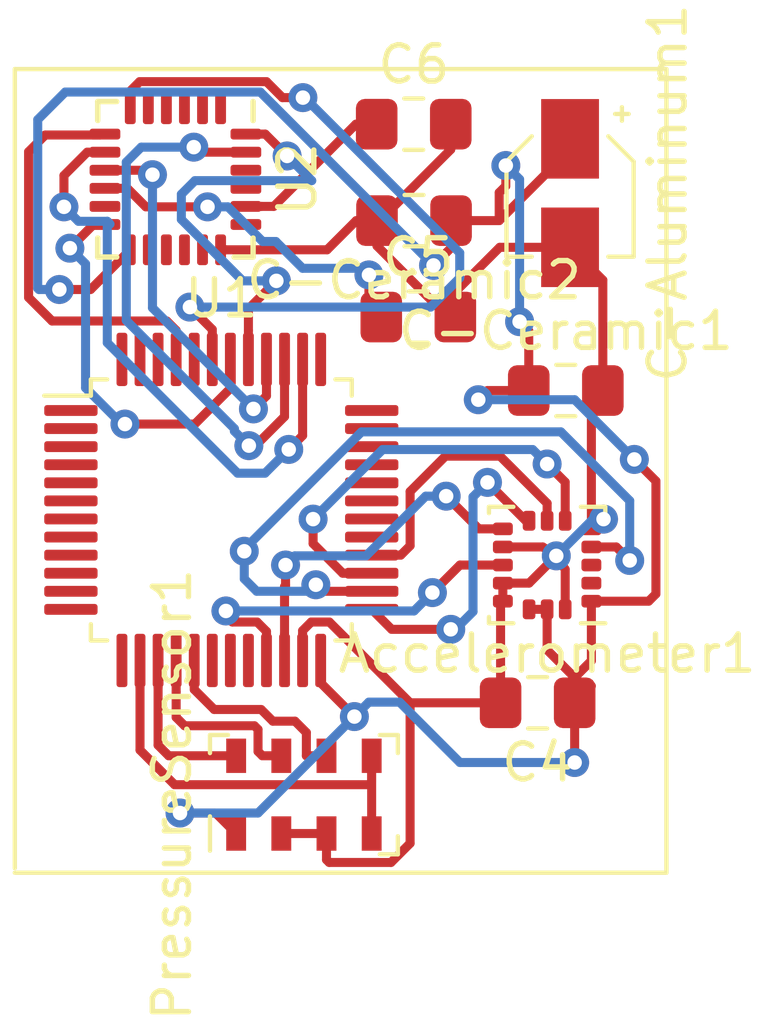
<source format=kicad_pcb>
(kicad_pcb (version 20171130) (host pcbnew "(5.1.5)-3")

  (general
    (thickness 1.6)
    (drawings 4)
    (tracks 304)
    (zones 0)
    (modules 10)
    (nets 55)
  )

  (page A4)
  (layers
    (0 F.Cu signal)
    (31 B.Cu signal)
    (32 B.Adhes user)
    (33 F.Adhes user)
    (34 B.Paste user)
    (35 F.Paste user)
    (36 B.SilkS user)
    (37 F.SilkS user)
    (38 B.Mask user)
    (39 F.Mask user)
    (40 Dwgs.User user)
    (41 Cmts.User user)
    (42 Eco1.User user)
    (43 Eco2.User user)
    (44 Edge.Cuts user)
    (45 Margin user)
    (46 B.CrtYd user)
    (47 F.CrtYd user)
    (48 B.Fab user)
    (49 F.Fab user)
  )

  (setup
    (last_trace_width 0.25)
    (user_trace_width 0.254)
    (user_trace_width 0.254)
    (user_trace_width 0.381)
    (trace_clearance 0.2)
    (zone_clearance 0.508)
    (zone_45_only no)
    (trace_min 0.2)
    (via_size 0.8)
    (via_drill 0.4)
    (via_min_size 0.4)
    (via_min_drill 0.3)
    (user_via 0.889 0.381)
    (uvia_size 0.3)
    (uvia_drill 0.1)
    (uvias_allowed no)
    (uvia_min_size 0.2)
    (uvia_min_drill 0.1)
    (edge_width 0.05)
    (segment_width 0.2)
    (pcb_text_width 0.3)
    (pcb_text_size 1.5 1.5)
    (mod_edge_width 0.12)
    (mod_text_size 1 1)
    (mod_text_width 0.15)
    (pad_size 1.524 1.524)
    (pad_drill 0.762)
    (pad_to_mask_clearance 0.051)
    (solder_mask_min_width 0.25)
    (aux_axis_origin 0 0)
    (visible_elements 7FFFFFFF)
    (pcbplotparams
      (layerselection 0x010fc_ffffffff)
      (usegerberextensions false)
      (usegerberattributes false)
      (usegerberadvancedattributes false)
      (creategerberjobfile false)
      (excludeedgelayer true)
      (linewidth 0.100000)
      (plotframeref false)
      (viasonmask false)
      (mode 1)
      (useauxorigin false)
      (hpglpennumber 1)
      (hpglpenspeed 20)
      (hpglpendiameter 15.000000)
      (psnegative false)
      (psa4output false)
      (plotreference true)
      (plotvalue true)
      (plotinvisibletext false)
      (padsonsilk false)
      (subtractmaskfromsilk false)
      (outputformat 1)
      (mirror false)
      (drillshape 1)
      (scaleselection 1)
      (outputdirectory ""))
  )

  (net 0 "")
  (net 1 GND)
  (net 2 +3V3)
  (net 3 "Net-(Accelerometer1-Pad8)")
  (net 4 "Net-(Accelerometer1-Pad7)")
  (net 5 "Net-(Accelerometer1-Pad6)")
  (net 6 "Net-(Accelerometer1-Pad4)")
  (net 7 "Net-(Accelerometer1-Pad3)")
  (net 8 "Net-(Accelerometer1-Pad2)")
  (net 9 "Net-(C5-Pad1)")
  (net 10 "Net-(C6-Pad1)")
  (net 11 "Net-(U1-Pad48)")
  (net 12 "Net-(U1-Pad47)")
  (net 13 "Net-(U1-Pad46)")
  (net 14 "Net-(U1-Pad45)")
  (net 15 "Net-(U1-Pad44)")
  (net 16 "Net-(U1-Pad43)")
  (net 17 "Net-(U1-Pad42)")
  (net 18 "Net-(U1-Pad41)")
  (net 19 "Net-(U1-Pad40)")
  (net 20 "Net-(U1-Pad37)")
  (net 21 "Net-(U1-Pad36)")
  (net 22 "Net-(U1-Pad35)")
  (net 23 "Net-(U1-Pad34)")
  (net 24 "Net-(U1-Pad33)")
  (net 25 "Net-(U1-Pad32)")
  (net 26 "Net-(U1-Pad31)")
  (net 27 "Net-(U1-Pad30)")
  (net 28 "Net-(U1-Pad29)")
  (net 29 "Net-(U1-Pad13)")
  (net 30 "Net-(U1-Pad10)")
  (net 31 "Net-(U1-Pad9)")
  (net 32 "Net-(U1-Pad8)")
  (net 33 "Net-(U1-Pad7)")
  (net 34 "Net-(U1-Pad6)")
  (net 35 "Net-(U1-Pad5)")
  (net 36 "Net-(U1-Pad4)")
  (net 37 "Net-(U1-Pad3)")
  (net 38 "Net-(U1-Pad2)")
  (net 39 "Net-(U1-Pad1)")
  (net 40 "Net-(Accelerometer1-Pad11)")
  (net 41 "Net-(Accelerometer1-Pad9)")
  (net 42 /PS-CSB)
  (net 43 /PS-SDO)
  (net 44 /PS-SDI)
  (net 45 /PS-SPICLK)
  (net 46 "Net-(U1-Pad39)")
  (net 47 /IMU-CS)
  (net 48 "Net-(U1-Pad20)")
  (net 49 "Net-(U1-Pad19)")
  (net 50 "Net-(U1-Pad18)")
  (net 51 "Net-(U1-Pad12)")
  (net 52 "Net-(U1-Pad11)")
  (net 53 "Net-(U2-Pad11)")
  (net 54 "Net-(U2-Pad1)")

  (net_class Default "This is the default net class."
    (clearance 0.2)
    (trace_width 0.25)
    (via_dia 0.8)
    (via_drill 0.4)
    (uvia_dia 0.3)
    (uvia_drill 0.1)
    (add_net +3V3)
    (add_net /IMU-CS)
    (add_net /PS-CSB)
    (add_net /PS-SDI)
    (add_net /PS-SDO)
    (add_net /PS-SPICLK)
    (add_net GND)
    (add_net "Net-(Accelerometer1-Pad11)")
    (add_net "Net-(Accelerometer1-Pad2)")
    (add_net "Net-(Accelerometer1-Pad3)")
    (add_net "Net-(Accelerometer1-Pad4)")
    (add_net "Net-(Accelerometer1-Pad6)")
    (add_net "Net-(Accelerometer1-Pad7)")
    (add_net "Net-(Accelerometer1-Pad8)")
    (add_net "Net-(Accelerometer1-Pad9)")
    (add_net "Net-(C5-Pad1)")
    (add_net "Net-(C6-Pad1)")
    (add_net "Net-(U1-Pad1)")
    (add_net "Net-(U1-Pad10)")
    (add_net "Net-(U1-Pad11)")
    (add_net "Net-(U1-Pad12)")
    (add_net "Net-(U1-Pad13)")
    (add_net "Net-(U1-Pad18)")
    (add_net "Net-(U1-Pad19)")
    (add_net "Net-(U1-Pad2)")
    (add_net "Net-(U1-Pad20)")
    (add_net "Net-(U1-Pad29)")
    (add_net "Net-(U1-Pad3)")
    (add_net "Net-(U1-Pad30)")
    (add_net "Net-(U1-Pad31)")
    (add_net "Net-(U1-Pad32)")
    (add_net "Net-(U1-Pad33)")
    (add_net "Net-(U1-Pad34)")
    (add_net "Net-(U1-Pad35)")
    (add_net "Net-(U1-Pad36)")
    (add_net "Net-(U1-Pad37)")
    (add_net "Net-(U1-Pad39)")
    (add_net "Net-(U1-Pad4)")
    (add_net "Net-(U1-Pad40)")
    (add_net "Net-(U1-Pad41)")
    (add_net "Net-(U1-Pad42)")
    (add_net "Net-(U1-Pad43)")
    (add_net "Net-(U1-Pad44)")
    (add_net "Net-(U1-Pad45)")
    (add_net "Net-(U1-Pad46)")
    (add_net "Net-(U1-Pad47)")
    (add_net "Net-(U1-Pad48)")
    (add_net "Net-(U1-Pad5)")
    (add_net "Net-(U1-Pad6)")
    (add_net "Net-(U1-Pad7)")
    (add_net "Net-(U1-Pad8)")
    (add_net "Net-(U1-Pad9)")
    (add_net "Net-(U2-Pad1)")
    (add_net "Net-(U2-Pad11)")
  )

  (net_class class1 ""
    (clearance 0.1524)
    (trace_width 0.2032)
    (via_dia 0.762)
    (via_drill 0.381)
    (uvia_dia 0.3)
    (uvia_drill 0.1)
  )

  (module Sensor_Motion:InvenSense_QFN-24_4x4mm_P0.5mm (layer F.Cu) (tedit 5B5A6D8E) (tstamp 5F52BA79)
    (at 204.47 73.533 270)
    (descr "24-Lead Plastic QFN (4mm x 4mm); Pitch 0.5mm; EP 2.7x2.6mm; for InvenSense motion sensors; keepout area marked (Package see: https://store.invensense.com/datasheets/invensense/MPU-6050_DataSheet_V3%204.pdf; See also https://www.invensense.com/wp-content/uploads/2015/02/InvenSense-MEMS-Handling.pdf)")
    (tags "QFN 0.5")
    (path /5F5C5B44)
    (attr smd)
    (fp_text reference U2 (at 0 -3.375 90) (layer F.SilkS)
      (effects (font (size 1 1) (thickness 0.15)))
    )
    (fp_text value MPU-6000 (at 0 3.375 90) (layer F.Fab)
      (effects (font (size 1 1) (thickness 0.15)))
    )
    (fp_text user Component (at 0 0.55 90) (layer Cmts.User)
      (effects (font (size 0.2 0.2) (thickness 0.04)))
    )
    (fp_text user "Directly Below" (at 0 0.25 90) (layer Cmts.User)
      (effects (font (size 0.2 0.2) (thickness 0.04)))
    )
    (fp_text user "No Copper" (at 0 -0.1 90) (layer Cmts.User)
      (effects (font (size 0.2 0.2) (thickness 0.04)))
    )
    (fp_text user KEEPOUT (at 0 -0.5 90) (layer Cmts.User)
      (effects (font (size 0.2 0.2) (thickness 0.04)))
    )
    (fp_line (start -0.975 -1.325) (end -1.375 -0.925) (layer Dwgs.User) (width 0.05))
    (fp_line (start -0.475 -1.325) (end -1.375 -0.425) (layer Dwgs.User) (width 0.05))
    (fp_line (start 0.025 -1.325) (end -1.375 0.075) (layer Dwgs.User) (width 0.05))
    (fp_line (start 0.525 -1.325) (end -1.375 0.575) (layer Dwgs.User) (width 0.05))
    (fp_line (start 1.025 -1.325) (end -1.375 1.075) (layer Dwgs.User) (width 0.05))
    (fp_line (start 1.375 -1.175) (end -1.125 1.325) (layer Dwgs.User) (width 0.05))
    (fp_line (start 1.375 -0.675) (end -0.625 1.325) (layer Dwgs.User) (width 0.05))
    (fp_line (start 1.375 -0.175) (end -0.125 1.325) (layer Dwgs.User) (width 0.05))
    (fp_line (start 1.375 0.325) (end 0.375 1.325) (layer Dwgs.User) (width 0.05))
    (fp_line (start 1.375 0.825) (end 0.875 1.325) (layer Dwgs.User) (width 0.05))
    (fp_line (start 1.375 1.325) (end -1.375 1.325) (layer Dwgs.User) (width 0.05))
    (fp_line (start 1.375 -1.325) (end -1.375 -1.325) (layer Dwgs.User) (width 0.05))
    (fp_line (start -1.375 1.325) (end -1.375 -1.325) (layer Dwgs.User) (width 0.05))
    (fp_line (start 1.375 1.325) (end 1.375 -1.325) (layer Dwgs.User) (width 0.05))
    (fp_line (start 2.15 -2.15) (end 1.625 -2.15) (layer F.SilkS) (width 0.15))
    (fp_line (start 2.15 2.15) (end 1.625 2.15) (layer F.SilkS) (width 0.15))
    (fp_line (start -2.15 2.15) (end -1.625 2.15) (layer F.SilkS) (width 0.15))
    (fp_line (start -2.15 -2.15) (end -1.625 -2.15) (layer F.SilkS) (width 0.15))
    (fp_line (start 2.15 2.15) (end 2.15 1.625) (layer F.SilkS) (width 0.15))
    (fp_line (start -2.15 2.15) (end -2.15 1.625) (layer F.SilkS) (width 0.15))
    (fp_line (start 2.15 -2.15) (end 2.15 -1.625) (layer F.SilkS) (width 0.15))
    (fp_line (start -2.65 2.65) (end 2.65 2.65) (layer F.CrtYd) (width 0.05))
    (fp_line (start -2.65 -2.65) (end 2.65 -2.65) (layer F.CrtYd) (width 0.05))
    (fp_line (start 2.65 -2.65) (end 2.65 2.65) (layer F.CrtYd) (width 0.05))
    (fp_line (start -2.65 -2.65) (end -2.65 2.65) (layer F.CrtYd) (width 0.05))
    (fp_line (start -2 -1) (end -1 -2) (layer F.Fab) (width 0.15))
    (fp_line (start -2 2) (end -2 -1) (layer F.Fab) (width 0.15))
    (fp_line (start 2 2) (end -2 2) (layer F.Fab) (width 0.15))
    (fp_line (start 2 -2) (end 2 2) (layer F.Fab) (width 0.15))
    (fp_line (start -1 -2) (end 2 -2) (layer F.Fab) (width 0.15))
    (fp_text user %R (at 0 0 90) (layer F.Fab)
      (effects (font (size 1 1) (thickness 0.15)))
    )
    (pad 24 smd roundrect (at -1.25 -1.95) (size 0.85 0.3) (layers F.Cu F.Paste F.Mask) (roundrect_rratio 0.25)
      (net 18 "Net-(U1-Pad41)"))
    (pad 23 smd roundrect (at -0.75 -1.95) (size 0.85 0.3) (layers F.Cu F.Paste F.Mask) (roundrect_rratio 0.25)
      (net 46 "Net-(U1-Pad39)"))
    (pad 22 smd roundrect (at -0.25 -1.95) (size 0.85 0.3) (layers F.Cu F.Paste F.Mask) (roundrect_rratio 0.25))
    (pad 21 smd roundrect (at 0.25 -1.95) (size 0.85 0.3) (layers F.Cu F.Paste F.Mask) (roundrect_rratio 0.25))
    (pad 20 smd roundrect (at 0.75 -1.95) (size 0.85 0.3) (layers F.Cu F.Paste F.Mask) (roundrect_rratio 0.25)
      (net 10 "Net-(C6-Pad1)"))
    (pad 19 smd roundrect (at 1.25 -1.95) (size 0.85 0.3) (layers F.Cu F.Paste F.Mask) (roundrect_rratio 0.25))
    (pad 18 smd roundrect (at 1.95 -1.25 270) (size 0.85 0.3) (layers F.Cu F.Paste F.Mask) (roundrect_rratio 0.25)
      (net 1 GND))
    (pad 17 smd roundrect (at 1.95 -0.75 270) (size 0.85 0.3) (layers F.Cu F.Paste F.Mask) (roundrect_rratio 0.25))
    (pad 16 smd roundrect (at 1.95 -0.25 270) (size 0.85 0.3) (layers F.Cu F.Paste F.Mask) (roundrect_rratio 0.25))
    (pad 15 smd roundrect (at 1.95 0.25 270) (size 0.85 0.3) (layers F.Cu F.Paste F.Mask) (roundrect_rratio 0.25))
    (pad 14 smd roundrect (at 1.95 0.75 270) (size 0.85 0.3) (layers F.Cu F.Paste F.Mask) (roundrect_rratio 0.25))
    (pad 13 smd roundrect (at 1.95 1.25 270) (size 0.85 0.3) (layers F.Cu F.Paste F.Mask) (roundrect_rratio 0.25)
      (net 2 +3V3))
    (pad 12 smd roundrect (at 1.25 1.95) (size 0.85 0.3) (layers F.Cu F.Paste F.Mask) (roundrect_rratio 0.25)
      (net 17 "Net-(U1-Pad42)"))
    (pad 11 smd roundrect (at 0.75 1.95) (size 0.85 0.3) (layers F.Cu F.Paste F.Mask) (roundrect_rratio 0.25)
      (net 53 "Net-(U2-Pad11)"))
    (pad 10 smd roundrect (at 0.25 1.95) (size 0.85 0.3) (layers F.Cu F.Paste F.Mask) (roundrect_rratio 0.25)
      (net 9 "Net-(C5-Pad1)"))
    (pad 9 smd roundrect (at -0.25 1.95) (size 0.85 0.3) (layers F.Cu F.Paste F.Mask) (roundrect_rratio 0.25)
      (net 19 "Net-(U1-Pad40)"))
    (pad 8 smd roundrect (at -0.75 1.95) (size 0.85 0.3) (layers F.Cu F.Paste F.Mask) (roundrect_rratio 0.25)
      (net 47 /IMU-CS))
    (pad 7 smd roundrect (at -1.25 1.95) (size 0.85 0.3) (layers F.Cu F.Paste F.Mask) (roundrect_rratio 0.25)
      (net 14 "Net-(U1-Pad45)"))
    (pad 6 smd roundrect (at -1.95 1.25 270) (size 0.85 0.3) (layers F.Cu F.Paste F.Mask) (roundrect_rratio 0.25)
      (net 16 "Net-(U1-Pad43)"))
    (pad 5 smd roundrect (at -1.95 0.75 270) (size 0.85 0.3) (layers F.Cu F.Paste F.Mask) (roundrect_rratio 0.25))
    (pad 4 smd roundrect (at -1.95 0.25 270) (size 0.85 0.3) (layers F.Cu F.Paste F.Mask) (roundrect_rratio 0.25))
    (pad 3 smd roundrect (at -1.95 -0.25 270) (size 0.85 0.3) (layers F.Cu F.Paste F.Mask) (roundrect_rratio 0.25))
    (pad 2 smd roundrect (at -1.95 -0.75 270) (size 0.85 0.3) (layers F.Cu F.Paste F.Mask) (roundrect_rratio 0.25))
    (pad 1 smd roundrect (at -1.95 -1.25 270) (size 0.85 0.3) (layers F.Cu F.Paste F.Mask) (roundrect_rratio 0.25)
      (net 54 "Net-(U2-Pad1)"))
    (model ${KISYS3DMOD}/Package_DFN_QFN.3dshapes/QFN-24-1EP_4x4mm_P0.5mm_EP2.7x2.6mm.wrl
      (at (xyz 0 0 0))
      (scale (xyz 1 1 1))
      (rotate (xyz 0 0 0))
    )
  )

  (module Package_QFP:LQFP-48_7x7mm_P0.5mm (layer F.Cu) (tedit 5D9F72AF) (tstamp 5F52B070)
    (at 205.74 82.677)
    (descr "LQFP, 48 Pin (https://www.analog.com/media/en/technical-documentation/data-sheets/ltc2358-16.pdf), generated with kicad-footprint-generator ipc_gullwing_generator.py")
    (tags "LQFP QFP")
    (path /5EF3012D)
    (attr smd)
    (fp_text reference U1 (at 0 -5.85) (layer F.SilkS)
      (effects (font (size 1 1) (thickness 0.15)))
    )
    (fp_text value STM32L151CCTx (at 0 5.85) (layer F.Fab)
      (effects (font (size 1 1) (thickness 0.15)))
    )
    (fp_text user %R (at 0 0) (layer F.Fab)
      (effects (font (size 1 1) (thickness 0.15)))
    )
    (fp_line (start 5.15 3.15) (end 5.15 0) (layer F.CrtYd) (width 0.05))
    (fp_line (start 3.75 3.15) (end 5.15 3.15) (layer F.CrtYd) (width 0.05))
    (fp_line (start 3.75 3.75) (end 3.75 3.15) (layer F.CrtYd) (width 0.05))
    (fp_line (start 3.15 3.75) (end 3.75 3.75) (layer F.CrtYd) (width 0.05))
    (fp_line (start 3.15 5.15) (end 3.15 3.75) (layer F.CrtYd) (width 0.05))
    (fp_line (start 0 5.15) (end 3.15 5.15) (layer F.CrtYd) (width 0.05))
    (fp_line (start -5.15 3.15) (end -5.15 0) (layer F.CrtYd) (width 0.05))
    (fp_line (start -3.75 3.15) (end -5.15 3.15) (layer F.CrtYd) (width 0.05))
    (fp_line (start -3.75 3.75) (end -3.75 3.15) (layer F.CrtYd) (width 0.05))
    (fp_line (start -3.15 3.75) (end -3.75 3.75) (layer F.CrtYd) (width 0.05))
    (fp_line (start -3.15 5.15) (end -3.15 3.75) (layer F.CrtYd) (width 0.05))
    (fp_line (start 0 5.15) (end -3.15 5.15) (layer F.CrtYd) (width 0.05))
    (fp_line (start 5.15 -3.15) (end 5.15 0) (layer F.CrtYd) (width 0.05))
    (fp_line (start 3.75 -3.15) (end 5.15 -3.15) (layer F.CrtYd) (width 0.05))
    (fp_line (start 3.75 -3.75) (end 3.75 -3.15) (layer F.CrtYd) (width 0.05))
    (fp_line (start 3.15 -3.75) (end 3.75 -3.75) (layer F.CrtYd) (width 0.05))
    (fp_line (start 3.15 -5.15) (end 3.15 -3.75) (layer F.CrtYd) (width 0.05))
    (fp_line (start 0 -5.15) (end 3.15 -5.15) (layer F.CrtYd) (width 0.05))
    (fp_line (start -5.15 -3.15) (end -5.15 0) (layer F.CrtYd) (width 0.05))
    (fp_line (start -3.75 -3.15) (end -5.15 -3.15) (layer F.CrtYd) (width 0.05))
    (fp_line (start -3.75 -3.75) (end -3.75 -3.15) (layer F.CrtYd) (width 0.05))
    (fp_line (start -3.15 -3.75) (end -3.75 -3.75) (layer F.CrtYd) (width 0.05))
    (fp_line (start -3.15 -5.15) (end -3.15 -3.75) (layer F.CrtYd) (width 0.05))
    (fp_line (start 0 -5.15) (end -3.15 -5.15) (layer F.CrtYd) (width 0.05))
    (fp_line (start -3.5 -2.5) (end -2.5 -3.5) (layer F.Fab) (width 0.1))
    (fp_line (start -3.5 3.5) (end -3.5 -2.5) (layer F.Fab) (width 0.1))
    (fp_line (start 3.5 3.5) (end -3.5 3.5) (layer F.Fab) (width 0.1))
    (fp_line (start 3.5 -3.5) (end 3.5 3.5) (layer F.Fab) (width 0.1))
    (fp_line (start -2.5 -3.5) (end 3.5 -3.5) (layer F.Fab) (width 0.1))
    (fp_line (start -3.61 -3.16) (end -4.9 -3.16) (layer F.SilkS) (width 0.12))
    (fp_line (start -3.61 -3.61) (end -3.61 -3.16) (layer F.SilkS) (width 0.12))
    (fp_line (start -3.16 -3.61) (end -3.61 -3.61) (layer F.SilkS) (width 0.12))
    (fp_line (start 3.61 -3.61) (end 3.61 -3.16) (layer F.SilkS) (width 0.12))
    (fp_line (start 3.16 -3.61) (end 3.61 -3.61) (layer F.SilkS) (width 0.12))
    (fp_line (start -3.61 3.61) (end -3.61 3.16) (layer F.SilkS) (width 0.12))
    (fp_line (start -3.16 3.61) (end -3.61 3.61) (layer F.SilkS) (width 0.12))
    (fp_line (start 3.61 3.61) (end 3.61 3.16) (layer F.SilkS) (width 0.12))
    (fp_line (start 3.16 3.61) (end 3.61 3.61) (layer F.SilkS) (width 0.12))
    (pad 48 smd roundrect (at -2.75 -4.1625) (size 0.3 1.475) (layers F.Cu F.Paste F.Mask) (roundrect_rratio 0.25)
      (net 11 "Net-(U1-Pad48)"))
    (pad 47 smd roundrect (at -2.25 -4.1625) (size 0.3 1.475) (layers F.Cu F.Paste F.Mask) (roundrect_rratio 0.25)
      (net 12 "Net-(U1-Pad47)"))
    (pad 46 smd roundrect (at -1.75 -4.1625) (size 0.3 1.475) (layers F.Cu F.Paste F.Mask) (roundrect_rratio 0.25)
      (net 13 "Net-(U1-Pad46)"))
    (pad 45 smd roundrect (at -1.25 -4.1625) (size 0.3 1.475) (layers F.Cu F.Paste F.Mask) (roundrect_rratio 0.25)
      (net 14 "Net-(U1-Pad45)"))
    (pad 44 smd roundrect (at -0.75 -4.1625) (size 0.3 1.475) (layers F.Cu F.Paste F.Mask) (roundrect_rratio 0.25)
      (net 15 "Net-(U1-Pad44)"))
    (pad 43 smd roundrect (at -0.25 -4.1625) (size 0.3 1.475) (layers F.Cu F.Paste F.Mask) (roundrect_rratio 0.25)
      (net 16 "Net-(U1-Pad43)"))
    (pad 42 smd roundrect (at 0.25 -4.1625) (size 0.3 1.475) (layers F.Cu F.Paste F.Mask) (roundrect_rratio 0.25)
      (net 17 "Net-(U1-Pad42)"))
    (pad 41 smd roundrect (at 0.75 -4.1625) (size 0.3 1.475) (layers F.Cu F.Paste F.Mask) (roundrect_rratio 0.25)
      (net 18 "Net-(U1-Pad41)"))
    (pad 40 smd roundrect (at 1.25 -4.1625) (size 0.3 1.475) (layers F.Cu F.Paste F.Mask) (roundrect_rratio 0.25)
      (net 19 "Net-(U1-Pad40)"))
    (pad 39 smd roundrect (at 1.75 -4.1625) (size 0.3 1.475) (layers F.Cu F.Paste F.Mask) (roundrect_rratio 0.25)
      (net 46 "Net-(U1-Pad39)"))
    (pad 38 smd roundrect (at 2.25 -4.1625) (size 0.3 1.475) (layers F.Cu F.Paste F.Mask) (roundrect_rratio 0.25)
      (net 47 /IMU-CS))
    (pad 37 smd roundrect (at 2.75 -4.1625) (size 0.3 1.475) (layers F.Cu F.Paste F.Mask) (roundrect_rratio 0.25)
      (net 20 "Net-(U1-Pad37)"))
    (pad 36 smd roundrect (at 4.1625 -2.75) (size 1.475 0.3) (layers F.Cu F.Paste F.Mask) (roundrect_rratio 0.25)
      (net 21 "Net-(U1-Pad36)"))
    (pad 35 smd roundrect (at 4.1625 -2.25) (size 1.475 0.3) (layers F.Cu F.Paste F.Mask) (roundrect_rratio 0.25)
      (net 22 "Net-(U1-Pad35)"))
    (pad 34 smd roundrect (at 4.1625 -1.75) (size 1.475 0.3) (layers F.Cu F.Paste F.Mask) (roundrect_rratio 0.25)
      (net 23 "Net-(U1-Pad34)"))
    (pad 33 smd roundrect (at 4.1625 -1.25) (size 1.475 0.3) (layers F.Cu F.Paste F.Mask) (roundrect_rratio 0.25)
      (net 24 "Net-(U1-Pad33)"))
    (pad 32 smd roundrect (at 4.1625 -0.75) (size 1.475 0.3) (layers F.Cu F.Paste F.Mask) (roundrect_rratio 0.25)
      (net 25 "Net-(U1-Pad32)"))
    (pad 31 smd roundrect (at 4.1625 -0.25) (size 1.475 0.3) (layers F.Cu F.Paste F.Mask) (roundrect_rratio 0.25)
      (net 26 "Net-(U1-Pad31)"))
    (pad 30 smd roundrect (at 4.1625 0.25) (size 1.475 0.3) (layers F.Cu F.Paste F.Mask) (roundrect_rratio 0.25)
      (net 27 "Net-(U1-Pad30)"))
    (pad 29 smd roundrect (at 4.1625 0.75) (size 1.475 0.3) (layers F.Cu F.Paste F.Mask) (roundrect_rratio 0.25)
      (net 28 "Net-(U1-Pad29)"))
    (pad 28 smd roundrect (at 4.1625 1.25) (size 1.475 0.3) (layers F.Cu F.Paste F.Mask) (roundrect_rratio 0.25)
      (net 4 "Net-(Accelerometer1-Pad7)"))
    (pad 27 smd roundrect (at 4.1625 1.75) (size 1.475 0.3) (layers F.Cu F.Paste F.Mask) (roundrect_rratio 0.25)
      (net 5 "Net-(Accelerometer1-Pad6)"))
    (pad 26 smd roundrect (at 4.1625 2.25) (size 1.475 0.3) (layers F.Cu F.Paste F.Mask) (roundrect_rratio 0.25)
      (net 6 "Net-(Accelerometer1-Pad4)"))
    (pad 25 smd roundrect (at 4.1625 2.75) (size 1.475 0.3) (layers F.Cu F.Paste F.Mask) (roundrect_rratio 0.25)
      (net 3 "Net-(Accelerometer1-Pad8)"))
    (pad 24 smd roundrect (at 2.75 4.1625) (size 0.3 1.475) (layers F.Cu F.Paste F.Mask) (roundrect_rratio 0.25)
      (net 2 +3V3))
    (pad 23 smd roundrect (at 2.25 4.1625) (size 0.3 1.475) (layers F.Cu F.Paste F.Mask) (roundrect_rratio 0.25)
      (net 1 GND))
    (pad 22 smd roundrect (at 1.75 4.1625) (size 0.3 1.475) (layers F.Cu F.Paste F.Mask) (roundrect_rratio 0.25)
      (net 41 "Net-(Accelerometer1-Pad9)"))
    (pad 21 smd roundrect (at 1.25 4.1625) (size 0.3 1.475) (layers F.Cu F.Paste F.Mask) (roundrect_rratio 0.25)
      (net 40 "Net-(Accelerometer1-Pad11)"))
    (pad 20 smd roundrect (at 0.75 4.1625) (size 0.3 1.475) (layers F.Cu F.Paste F.Mask) (roundrect_rratio 0.25)
      (net 48 "Net-(U1-Pad20)"))
    (pad 19 smd roundrect (at 0.25 4.1625) (size 0.3 1.475) (layers F.Cu F.Paste F.Mask) (roundrect_rratio 0.25)
      (net 49 "Net-(U1-Pad19)"))
    (pad 18 smd roundrect (at -0.25 4.1625) (size 0.3 1.475) (layers F.Cu F.Paste F.Mask) (roundrect_rratio 0.25)
      (net 50 "Net-(U1-Pad18)"))
    (pad 17 smd roundrect (at -0.75 4.1625) (size 0.3 1.475) (layers F.Cu F.Paste F.Mask) (roundrect_rratio 0.25)
      (net 43 /PS-SDO))
    (pad 16 smd roundrect (at -1.25 4.1625) (size 0.3 1.475) (layers F.Cu F.Paste F.Mask) (roundrect_rratio 0.25)
      (net 44 /PS-SDI))
    (pad 15 smd roundrect (at -1.75 4.1625) (size 0.3 1.475) (layers F.Cu F.Paste F.Mask) (roundrect_rratio 0.25)
      (net 45 /PS-SPICLK))
    (pad 14 smd roundrect (at -2.25 4.1625) (size 0.3 1.475) (layers F.Cu F.Paste F.Mask) (roundrect_rratio 0.25)
      (net 42 /PS-CSB))
    (pad 13 smd roundrect (at -2.75 4.1625) (size 0.3 1.475) (layers F.Cu F.Paste F.Mask) (roundrect_rratio 0.25)
      (net 29 "Net-(U1-Pad13)"))
    (pad 12 smd roundrect (at -4.1625 2.75) (size 1.475 0.3) (layers F.Cu F.Paste F.Mask) (roundrect_rratio 0.25)
      (net 51 "Net-(U1-Pad12)"))
    (pad 11 smd roundrect (at -4.1625 2.25) (size 1.475 0.3) (layers F.Cu F.Paste F.Mask) (roundrect_rratio 0.25)
      (net 52 "Net-(U1-Pad11)"))
    (pad 10 smd roundrect (at -4.1625 1.75) (size 1.475 0.3) (layers F.Cu F.Paste F.Mask) (roundrect_rratio 0.25)
      (net 30 "Net-(U1-Pad10)"))
    (pad 9 smd roundrect (at -4.1625 1.25) (size 1.475 0.3) (layers F.Cu F.Paste F.Mask) (roundrect_rratio 0.25)
      (net 31 "Net-(U1-Pad9)"))
    (pad 8 smd roundrect (at -4.1625 0.75) (size 1.475 0.3) (layers F.Cu F.Paste F.Mask) (roundrect_rratio 0.25)
      (net 32 "Net-(U1-Pad8)"))
    (pad 7 smd roundrect (at -4.1625 0.25) (size 1.475 0.3) (layers F.Cu F.Paste F.Mask) (roundrect_rratio 0.25)
      (net 33 "Net-(U1-Pad7)"))
    (pad 6 smd roundrect (at -4.1625 -0.25) (size 1.475 0.3) (layers F.Cu F.Paste F.Mask) (roundrect_rratio 0.25)
      (net 34 "Net-(U1-Pad6)"))
    (pad 5 smd roundrect (at -4.1625 -0.75) (size 1.475 0.3) (layers F.Cu F.Paste F.Mask) (roundrect_rratio 0.25)
      (net 35 "Net-(U1-Pad5)"))
    (pad 4 smd roundrect (at -4.1625 -1.25) (size 1.475 0.3) (layers F.Cu F.Paste F.Mask) (roundrect_rratio 0.25)
      (net 36 "Net-(U1-Pad4)"))
    (pad 3 smd roundrect (at -4.1625 -1.75) (size 1.475 0.3) (layers F.Cu F.Paste F.Mask) (roundrect_rratio 0.25)
      (net 37 "Net-(U1-Pad3)"))
    (pad 2 smd roundrect (at -4.1625 -2.25) (size 1.475 0.3) (layers F.Cu F.Paste F.Mask) (roundrect_rratio 0.25)
      (net 38 "Net-(U1-Pad2)"))
    (pad 1 smd roundrect (at -4.1625 -2.75) (size 1.475 0.3) (layers F.Cu F.Paste F.Mask) (roundrect_rratio 0.25)
      (net 39 "Net-(U1-Pad1)"))
    (model ${KISYS3DMOD}/Package_QFP.3dshapes/LQFP-48_7x7mm_P0.5mm.wrl
      (at (xyz 0 0 0))
      (scale (xyz 1 1 1))
      (rotate (xyz 0 0 0))
    )
  )

  (module Package_LGA:LGA-8_3x5mm_P1.25mm (layer F.Cu) (tedit 5A02F217) (tstamp 5F52B015)
    (at 208.026 90.551 90)
    (descr LGA-8)
    (tags "lga land grid array")
    (path /5EF34AAA)
    (attr smd)
    (fp_text reference PressureSensor1 (at 0 -3.65 90) (layer F.SilkS)
      (effects (font (size 1 1) (thickness 0.15)))
    )
    (fp_text value MS5607-02BA (at 0 3.65 90) (layer F.Fab)
      (effects (font (size 1 1) (thickness 0.15)))
    )
    (fp_line (start 1.8 2.75) (end -1.8 2.75) (layer F.CrtYd) (width 0.05))
    (fp_line (start 1.8 2.75) (end 1.8 -2.75) (layer F.CrtYd) (width 0.05))
    (fp_line (start -1.8 -2.75) (end -1.8 2.75) (layer F.CrtYd) (width 0.05))
    (fp_line (start -1.8 -2.75) (end 1.8 -2.75) (layer F.CrtYd) (width 0.05))
    (fp_line (start -1.55 -2.6) (end -0.6 -2.6) (layer F.SilkS) (width 0.12))
    (fp_line (start -1.65 2.6) (end -1.65 2.1) (layer F.SilkS) (width 0.12))
    (fp_line (start -1.15 2.6) (end -1.65 2.6) (layer F.SilkS) (width 0.12))
    (fp_line (start 1.65 2.6) (end 1.15 2.6) (layer F.SilkS) (width 0.12))
    (fp_line (start 1.65 2.1) (end 1.65 2.6) (layer F.SilkS) (width 0.12))
    (fp_line (start 1.65 -2.6) (end 1.65 -2.1) (layer F.SilkS) (width 0.12))
    (fp_line (start 1.15 -2.6) (end 1.65 -2.6) (layer F.SilkS) (width 0.12))
    (fp_line (start -0.75 -2.5) (end 1.5 -2.5) (layer F.Fab) (width 0.1))
    (fp_line (start -1.5 -1.75) (end -0.75 -2.5) (layer F.Fab) (width 0.1))
    (fp_line (start -1.5 2.5) (end -1.5 -1.75) (layer F.Fab) (width 0.1))
    (fp_line (start 1.5 2.5) (end -1.5 2.5) (layer F.Fab) (width 0.1))
    (fp_line (start 1.5 -2.5) (end 1.5 2.5) (layer F.Fab) (width 0.1))
    (fp_text user %R (at 0 0 90) (layer F.Fab)
      (effects (font (size 0.5 0.5) (thickness 0.075)))
    )
    (pad 5 smd rect (at 1.075 1.875 90) (size 0.95 0.55) (layers F.Cu F.Paste F.Mask)
      (net 42 /PS-CSB))
    (pad 6 smd rect (at 1.075 0.625 90) (size 0.95 0.55) (layers F.Cu F.Paste F.Mask)
      (net 43 /PS-SDO))
    (pad 7 smd rect (at 1.075 -0.625 90) (size 0.95 0.55) (layers F.Cu F.Paste F.Mask)
      (net 44 /PS-SDI))
    (pad 8 smd rect (at 1.075 -1.875 90) (size 0.95 0.55) (layers F.Cu F.Paste F.Mask)
      (net 45 /PS-SPICLK))
    (pad 3 smd rect (at -1.075 0.625 90) (size 0.95 0.55) (layers F.Cu F.Paste F.Mask)
      (net 1 GND))
    (pad 2 smd rect (at -1.075 -0.625 90) (size 0.95 0.55) (layers F.Cu F.Paste F.Mask)
      (net 1 GND))
    (pad 1 smd rect (at -1.075 -1.875 90) (size 0.95 0.55) (layers F.Cu F.Paste F.Mask)
      (net 2 +3V3))
    (pad 4 smd rect (at -1.075 1.875 90) (size 0.95 0.55) (layers F.Cu F.Paste F.Mask)
      (net 42 /PS-CSB))
    (model ${KISYS3DMOD}/Package_LGA.3dshapes/LGA-8_3x5mm_P1.25mm.wrl
      (at (xyz 0 0 0))
      (scale (xyz 1 1 1))
      (rotate (xyz 0 0 0))
    )
  )

  (module Capacitor_SMD:C_0805_2012Metric_Pad1.15x1.40mm_HandSolder (layer F.Cu) (tedit 5B36C52B) (tstamp 5F557B58)
    (at 211.074 74.676 180)
    (descr "Capacitor SMD 0805 (2012 Metric), square (rectangular) end terminal, IPC_7351 nominal with elongated pad for handsoldering. (Body size source: https://docs.google.com/spreadsheets/d/1BsfQQcO9C6DZCsRaXUlFlo91Tg2WpOkGARC1WS5S8t0/edit?usp=sharing), generated with kicad-footprint-generator")
    (tags "capacitor handsolder")
    (path /5F6B3F05)
    (attr smd)
    (fp_text reference C-Ceramic2 (at 0 -1.65) (layer F.SilkS)
      (effects (font (size 1 1) (thickness 0.15)))
    )
    (fp_text value 100nF (at 0 1.65) (layer F.Fab)
      (effects (font (size 1 1) (thickness 0.15)))
    )
    (fp_line (start -1 0.6) (end -1 -0.6) (layer F.Fab) (width 0.1))
    (fp_line (start -1 -0.6) (end 1 -0.6) (layer F.Fab) (width 0.1))
    (fp_line (start 1 -0.6) (end 1 0.6) (layer F.Fab) (width 0.1))
    (fp_line (start 1 0.6) (end -1 0.6) (layer F.Fab) (width 0.1))
    (fp_line (start -0.261252 -0.71) (end 0.261252 -0.71) (layer F.SilkS) (width 0.12))
    (fp_line (start -0.261252 0.71) (end 0.261252 0.71) (layer F.SilkS) (width 0.12))
    (fp_line (start -1.85 0.95) (end -1.85 -0.95) (layer F.CrtYd) (width 0.05))
    (fp_line (start -1.85 -0.95) (end 1.85 -0.95) (layer F.CrtYd) (width 0.05))
    (fp_line (start 1.85 -0.95) (end 1.85 0.95) (layer F.CrtYd) (width 0.05))
    (fp_line (start 1.85 0.95) (end -1.85 0.95) (layer F.CrtYd) (width 0.05))
    (fp_text user %R (at 0 0) (layer F.Fab)
      (effects (font (size 0.5 0.5) (thickness 0.08)))
    )
    (pad 1 smd roundrect (at -1.025 0 180) (size 1.15 1.4) (layers F.Cu F.Paste F.Mask) (roundrect_rratio 0.217391)
      (net 2 +3V3))
    (pad 2 smd roundrect (at 1.025 0 180) (size 1.15 1.4) (layers F.Cu F.Paste F.Mask) (roundrect_rratio 0.217391)
      (net 1 GND))
    (model ${KISYS3DMOD}/Capacitor_SMD.3dshapes/C_0805_2012Metric.wrl
      (at (xyz 0 0 0))
      (scale (xyz 1 1 1))
      (rotate (xyz 0 0 0))
    )
  )

  (module Capacitor_SMD:C_0805_2012Metric_Pad1.15x1.40mm_HandSolder (layer F.Cu) (tedit 5B36C52B) (tstamp 5F52AFE7)
    (at 215.274 79.375)
    (descr "Capacitor SMD 0805 (2012 Metric), square (rectangular) end terminal, IPC_7351 nominal with elongated pad for handsoldering. (Body size source: https://docs.google.com/spreadsheets/d/1BsfQQcO9C6DZCsRaXUlFlo91Tg2WpOkGARC1WS5S8t0/edit?usp=sharing), generated with kicad-footprint-generator")
    (tags "capacitor handsolder")
    (path /5EFD6883)
    (attr smd)
    (fp_text reference C-Ceramic1 (at 0 -1.65) (layer F.SilkS)
      (effects (font (size 1 1) (thickness 0.15)))
    )
    (fp_text value 100nF (at 0 1.65) (layer F.Fab)
      (effects (font (size 1 1) (thickness 0.15)))
    )
    (fp_text user %R (at 0 0) (layer F.Fab)
      (effects (font (size 0.5 0.5) (thickness 0.08)))
    )
    (fp_line (start 1.85 0.95) (end -1.85 0.95) (layer F.CrtYd) (width 0.05))
    (fp_line (start 1.85 -0.95) (end 1.85 0.95) (layer F.CrtYd) (width 0.05))
    (fp_line (start -1.85 -0.95) (end 1.85 -0.95) (layer F.CrtYd) (width 0.05))
    (fp_line (start -1.85 0.95) (end -1.85 -0.95) (layer F.CrtYd) (width 0.05))
    (fp_line (start -0.261252 0.71) (end 0.261252 0.71) (layer F.SilkS) (width 0.12))
    (fp_line (start -0.261252 -0.71) (end 0.261252 -0.71) (layer F.SilkS) (width 0.12))
    (fp_line (start 1 0.6) (end -1 0.6) (layer F.Fab) (width 0.1))
    (fp_line (start 1 -0.6) (end 1 0.6) (layer F.Fab) (width 0.1))
    (fp_line (start -1 -0.6) (end 1 -0.6) (layer F.Fab) (width 0.1))
    (fp_line (start -1 0.6) (end -1 -0.6) (layer F.Fab) (width 0.1))
    (pad 2 smd roundrect (at 1.025 0) (size 1.15 1.4) (layers F.Cu F.Paste F.Mask) (roundrect_rratio 0.217391)
      (net 1 GND))
    (pad 1 smd roundrect (at -1.025 0) (size 1.15 1.4) (layers F.Cu F.Paste F.Mask) (roundrect_rratio 0.217391)
      (net 2 +3V3))
    (model ${KISYS3DMOD}/Capacitor_SMD.3dshapes/C_0805_2012Metric.wrl
      (at (xyz 0 0 0))
      (scale (xyz 1 1 1))
      (rotate (xyz 0 0 0))
    )
  )

  (module Capacitor_SMD:CP_Elec_3x5.3 (layer F.Cu) (tedit 5B303299) (tstamp 5F557B9B)
    (at 215.392 73.914 270)
    (descr "SMT capacitor, aluminium electrolytic, 3x5.3, Cornell Dubilier Electronics ")
    (tags "Capacitor Electrolytic")
    (path /5EFD64A2)
    (attr smd)
    (fp_text reference C-Aluminum1 (at 0 -2.7 90) (layer F.SilkS)
      (effects (font (size 1 1) (thickness 0.15)))
    )
    (fp_text value 10uF (at 0 2.7 90) (layer F.Fab)
      (effects (font (size 1 1) (thickness 0.15)))
    )
    (fp_text user %R (at 0 0 90) (layer F.Fab)
      (effects (font (size 0.6 0.6) (thickness 0.09)))
    )
    (fp_line (start -2.85 1.05) (end -1.78 1.05) (layer F.CrtYd) (width 0.05))
    (fp_line (start -2.85 -1.05) (end -2.85 1.05) (layer F.CrtYd) (width 0.05))
    (fp_line (start -1.78 -1.05) (end -2.85 -1.05) (layer F.CrtYd) (width 0.05))
    (fp_line (start -1.78 -1.05) (end -0.93 -1.9) (layer F.CrtYd) (width 0.05))
    (fp_line (start -1.78 1.05) (end -0.93 1.9) (layer F.CrtYd) (width 0.05))
    (fp_line (start -0.93 -1.9) (end 1.9 -1.9) (layer F.CrtYd) (width 0.05))
    (fp_line (start -0.93 1.9) (end 1.9 1.9) (layer F.CrtYd) (width 0.05))
    (fp_line (start 1.9 1.05) (end 1.9 1.9) (layer F.CrtYd) (width 0.05))
    (fp_line (start 2.85 1.05) (end 1.9 1.05) (layer F.CrtYd) (width 0.05))
    (fp_line (start 2.85 -1.05) (end 2.85 1.05) (layer F.CrtYd) (width 0.05))
    (fp_line (start 1.9 -1.05) (end 2.85 -1.05) (layer F.CrtYd) (width 0.05))
    (fp_line (start 1.9 -1.9) (end 1.9 -1.05) (layer F.CrtYd) (width 0.05))
    (fp_line (start -2.1875 -1.6225) (end -2.1875 -1.2475) (layer F.SilkS) (width 0.12))
    (fp_line (start -2.375 -1.435) (end -2 -1.435) (layer F.SilkS) (width 0.12))
    (fp_line (start -1.570563 1.06) (end -0.870563 1.76) (layer F.SilkS) (width 0.12))
    (fp_line (start -1.570563 -1.06) (end -0.870563 -1.76) (layer F.SilkS) (width 0.12))
    (fp_line (start -0.870563 1.76) (end 1.76 1.76) (layer F.SilkS) (width 0.12))
    (fp_line (start -0.870563 -1.76) (end 1.76 -1.76) (layer F.SilkS) (width 0.12))
    (fp_line (start 1.76 -1.76) (end 1.76 -1.06) (layer F.SilkS) (width 0.12))
    (fp_line (start 1.76 1.76) (end 1.76 1.06) (layer F.SilkS) (width 0.12))
    (fp_line (start -0.960469 -0.95) (end -0.960469 -0.65) (layer F.Fab) (width 0.1))
    (fp_line (start -1.110469 -0.8) (end -0.810469 -0.8) (layer F.Fab) (width 0.1))
    (fp_line (start -1.65 0.825) (end -0.825 1.65) (layer F.Fab) (width 0.1))
    (fp_line (start -1.65 -0.825) (end -0.825 -1.65) (layer F.Fab) (width 0.1))
    (fp_line (start -1.65 -0.825) (end -1.65 0.825) (layer F.Fab) (width 0.1))
    (fp_line (start -0.825 1.65) (end 1.65 1.65) (layer F.Fab) (width 0.1))
    (fp_line (start -0.825 -1.65) (end 1.65 -1.65) (layer F.Fab) (width 0.1))
    (fp_line (start 1.65 -1.65) (end 1.65 1.65) (layer F.Fab) (width 0.1))
    (fp_circle (center 0 0) (end 1.5 0) (layer F.Fab) (width 0.1))
    (pad 2 smd rect (at 1.5 0 270) (size 2.2 1.6) (layers F.Cu F.Paste F.Mask)
      (net 1 GND))
    (pad 1 smd rect (at -1.5 0 270) (size 2.2 1.6) (layers F.Cu F.Paste F.Mask)
      (net 2 +3V3))
    (model ${KISYS3DMOD}/Capacitor_SMD.3dshapes/CP_Elec_3x5.3.wrl
      (at (xyz 0 0 0))
      (scale (xyz 1 1 1))
      (rotate (xyz 0 0 0))
    )
  )

  (module Capacitor_SMD:C_0805_2012Metric_Pad1.15x1.40mm_HandSolder (layer F.Cu) (tedit 5B36C52B) (tstamp 5F52AFB2)
    (at 211.065 72.009)
    (descr "Capacitor SMD 0805 (2012 Metric), square (rectangular) end terminal, IPC_7351 nominal with elongated pad for handsoldering. (Body size source: https://docs.google.com/spreadsheets/d/1BsfQQcO9C6DZCsRaXUlFlo91Tg2WpOkGARC1WS5S8t0/edit?usp=sharing), generated with kicad-footprint-generator")
    (tags "capacitor handsolder")
    (path /5F615C31)
    (attr smd)
    (fp_text reference C6 (at 0 -1.65) (layer F.SilkS)
      (effects (font (size 1 1) (thickness 0.15)))
    )
    (fp_text value 2.2nF (at 0 1.65) (layer F.Fab)
      (effects (font (size 1 1) (thickness 0.15)))
    )
    (fp_text user %R (at 0 0) (layer F.Fab)
      (effects (font (size 0.5 0.5) (thickness 0.08)))
    )
    (fp_line (start 1.85 0.95) (end -1.85 0.95) (layer F.CrtYd) (width 0.05))
    (fp_line (start 1.85 -0.95) (end 1.85 0.95) (layer F.CrtYd) (width 0.05))
    (fp_line (start -1.85 -0.95) (end 1.85 -0.95) (layer F.CrtYd) (width 0.05))
    (fp_line (start -1.85 0.95) (end -1.85 -0.95) (layer F.CrtYd) (width 0.05))
    (fp_line (start -0.261252 0.71) (end 0.261252 0.71) (layer F.SilkS) (width 0.12))
    (fp_line (start -0.261252 -0.71) (end 0.261252 -0.71) (layer F.SilkS) (width 0.12))
    (fp_line (start 1 0.6) (end -1 0.6) (layer F.Fab) (width 0.1))
    (fp_line (start 1 -0.6) (end 1 0.6) (layer F.Fab) (width 0.1))
    (fp_line (start -1 -0.6) (end 1 -0.6) (layer F.Fab) (width 0.1))
    (fp_line (start -1 0.6) (end -1 -0.6) (layer F.Fab) (width 0.1))
    (pad 2 smd roundrect (at 1.025 0) (size 1.15 1.4) (layers F.Cu F.Paste F.Mask) (roundrect_rratio 0.217391)
      (net 1 GND))
    (pad 1 smd roundrect (at -1.025 0) (size 1.15 1.4) (layers F.Cu F.Paste F.Mask) (roundrect_rratio 0.217391)
      (net 10 "Net-(C6-Pad1)"))
    (model ${KISYS3DMOD}/Capacitor_SMD.3dshapes/C_0805_2012Metric.wrl
      (at (xyz 0 0 0))
      (scale (xyz 1 1 1))
      (rotate (xyz 0 0 0))
    )
  )

  (module Capacitor_SMD:C_0805_2012Metric_Pad1.15x1.40mm_HandSolder (layer F.Cu) (tedit 5B36C52B) (tstamp 5F52AFA1)
    (at 211.192 77.343)
    (descr "Capacitor SMD 0805 (2012 Metric), square (rectangular) end terminal, IPC_7351 nominal with elongated pad for handsoldering. (Body size source: https://docs.google.com/spreadsheets/d/1BsfQQcO9C6DZCsRaXUlFlo91Tg2WpOkGARC1WS5S8t0/edit?usp=sharing), generated with kicad-footprint-generator")
    (tags "capacitor handsolder")
    (path /5F5F43CC)
    (attr smd)
    (fp_text reference C5 (at 0 -1.65) (layer F.SilkS)
      (effects (font (size 1 1) (thickness 0.15)))
    )
    (fp_text value 0.1uF (at 0 1.65) (layer F.Fab)
      (effects (font (size 1 1) (thickness 0.15)))
    )
    (fp_text user %R (at 0 0) (layer F.Fab)
      (effects (font (size 0.5 0.5) (thickness 0.08)))
    )
    (fp_line (start 1.85 0.95) (end -1.85 0.95) (layer F.CrtYd) (width 0.05))
    (fp_line (start 1.85 -0.95) (end 1.85 0.95) (layer F.CrtYd) (width 0.05))
    (fp_line (start -1.85 -0.95) (end 1.85 -0.95) (layer F.CrtYd) (width 0.05))
    (fp_line (start -1.85 0.95) (end -1.85 -0.95) (layer F.CrtYd) (width 0.05))
    (fp_line (start -0.261252 0.71) (end 0.261252 0.71) (layer F.SilkS) (width 0.12))
    (fp_line (start -0.261252 -0.71) (end 0.261252 -0.71) (layer F.SilkS) (width 0.12))
    (fp_line (start 1 0.6) (end -1 0.6) (layer F.Fab) (width 0.1))
    (fp_line (start 1 -0.6) (end 1 0.6) (layer F.Fab) (width 0.1))
    (fp_line (start -1 -0.6) (end 1 -0.6) (layer F.Fab) (width 0.1))
    (fp_line (start -1 0.6) (end -1 -0.6) (layer F.Fab) (width 0.1))
    (pad 2 smd roundrect (at 1.025 0) (size 1.15 1.4) (layers F.Cu F.Paste F.Mask) (roundrect_rratio 0.217391)
      (net 1 GND))
    (pad 1 smd roundrect (at -1.025 0) (size 1.15 1.4) (layers F.Cu F.Paste F.Mask) (roundrect_rratio 0.217391)
      (net 9 "Net-(C5-Pad1)"))
    (model ${KISYS3DMOD}/Capacitor_SMD.3dshapes/C_0805_2012Metric.wrl
      (at (xyz 0 0 0))
      (scale (xyz 1 1 1))
      (rotate (xyz 0 0 0))
    )
  )

  (module Capacitor_SMD:C_0805_2012Metric_Pad1.15x1.40mm_HandSolder (layer F.Cu) (tedit 5B36C52B) (tstamp 5F52AF90)
    (at 214.494 88.011 180)
    (descr "Capacitor SMD 0805 (2012 Metric), square (rectangular) end terminal, IPC_7351 nominal with elongated pad for handsoldering. (Body size source: https://docs.google.com/spreadsheets/d/1BsfQQcO9C6DZCsRaXUlFlo91Tg2WpOkGARC1WS5S8t0/edit?usp=sharing), generated with kicad-footprint-generator")
    (tags "capacitor handsolder")
    (path /5F6411AA)
    (attr smd)
    (fp_text reference C4 (at 0 -1.65) (layer F.SilkS)
      (effects (font (size 1 1) (thickness 0.15)))
    )
    (fp_text value 0.1uF (at 0 1.65) (layer F.Fab)
      (effects (font (size 1 1) (thickness 0.15)))
    )
    (fp_text user %R (at 0 0) (layer F.Fab)
      (effects (font (size 0.5 0.5) (thickness 0.08)))
    )
    (fp_line (start 1.85 0.95) (end -1.85 0.95) (layer F.CrtYd) (width 0.05))
    (fp_line (start 1.85 -0.95) (end 1.85 0.95) (layer F.CrtYd) (width 0.05))
    (fp_line (start -1.85 -0.95) (end 1.85 -0.95) (layer F.CrtYd) (width 0.05))
    (fp_line (start -1.85 0.95) (end -1.85 -0.95) (layer F.CrtYd) (width 0.05))
    (fp_line (start -0.261252 0.71) (end 0.261252 0.71) (layer F.SilkS) (width 0.12))
    (fp_line (start -0.261252 -0.71) (end 0.261252 -0.71) (layer F.SilkS) (width 0.12))
    (fp_line (start 1 0.6) (end -1 0.6) (layer F.Fab) (width 0.1))
    (fp_line (start 1 -0.6) (end 1 0.6) (layer F.Fab) (width 0.1))
    (fp_line (start -1 -0.6) (end 1 -0.6) (layer F.Fab) (width 0.1))
    (fp_line (start -1 0.6) (end -1 -0.6) (layer F.Fab) (width 0.1))
    (pad 2 smd roundrect (at 1.025 0 180) (size 1.15 1.4) (layers F.Cu F.Paste F.Mask) (roundrect_rratio 0.217391)
      (net 1 GND))
    (pad 1 smd roundrect (at -1.025 0 180) (size 1.15 1.4) (layers F.Cu F.Paste F.Mask) (roundrect_rratio 0.217391)
      (net 2 +3V3))
    (model ${KISYS3DMOD}/Capacitor_SMD.3dshapes/C_0805_2012Metric.wrl
      (at (xyz 0 0 0))
      (scale (xyz 1 1 1))
      (rotate (xyz 0 0 0))
    )
  )

  (module Package_LGA:LGA-16_3x3mm_P0.5mm_LayoutBorder3x5y (layer F.Cu) (tedit 5CF93F4A) (tstamp 5F52AF7F)
    (at 214.757 84.201 180)
    (descr "LGA, 16 Pin (http://www.st.com/resource/en/datasheet/lis331hh.pdf), generated with kicad-footprint-generator ipc_noLead_generator.py")
    (tags "LGA NoLead")
    (path /5EF32DF7)
    (attr smd)
    (fp_text reference Accelerometer1 (at 0 -2.45) (layer F.SilkS)
      (effects (font (size 1 1) (thickness 0.15)))
    )
    (fp_text value LIS331HH (at 0 2.45) (layer F.Fab)
      (effects (font (size 1 1) (thickness 0.15)))
    )
    (fp_text user %R (at 0 0) (layer F.Fab)
      (effects (font (size 0.75 0.75) (thickness 0.11)))
    )
    (fp_line (start 1.75 -1.75) (end -1.75 -1.75) (layer F.CrtYd) (width 0.05))
    (fp_line (start 1.75 1.75) (end 1.75 -1.75) (layer F.CrtYd) (width 0.05))
    (fp_line (start -1.75 1.75) (end 1.75 1.75) (layer F.CrtYd) (width 0.05))
    (fp_line (start -1.75 -1.75) (end -1.75 1.75) (layer F.CrtYd) (width 0.05))
    (fp_line (start -1.5 -0.75) (end -0.75 -1.5) (layer F.Fab) (width 0.1))
    (fp_line (start -1.5 1.5) (end -1.5 -0.75) (layer F.Fab) (width 0.1))
    (fp_line (start 1.5 1.5) (end -1.5 1.5) (layer F.Fab) (width 0.1))
    (fp_line (start 1.5 -1.5) (end 1.5 1.5) (layer F.Fab) (width 0.1))
    (fp_line (start -0.75 -1.5) (end 1.5 -1.5) (layer F.Fab) (width 0.1))
    (fp_line (start -0.935 -1.61) (end -1.61 -1.61) (layer F.SilkS) (width 0.12))
    (fp_line (start 1.61 1.61) (end 1.61 1.435) (layer F.SilkS) (width 0.12))
    (fp_line (start 0.935 1.61) (end 1.61 1.61) (layer F.SilkS) (width 0.12))
    (fp_line (start -1.61 1.61) (end -1.61 1.435) (layer F.SilkS) (width 0.12))
    (fp_line (start -0.935 1.61) (end -1.61 1.61) (layer F.SilkS) (width 0.12))
    (fp_line (start 1.61 -1.61) (end 1.61 -1.435) (layer F.SilkS) (width 0.12))
    (fp_line (start 0.935 -1.61) (end 1.61 -1.61) (layer F.SilkS) (width 0.12))
    (pad 16 smd roundrect (at -0.5 -1.225 180) (size 0.35 0.55) (layers F.Cu F.Paste F.Mask) (roundrect_rratio 0.25)
      (net 1 GND))
    (pad 15 smd roundrect (at 0 -1.225 180) (size 0.35 0.55) (layers F.Cu F.Paste F.Mask) (roundrect_rratio 0.25)
      (net 2 +3V3))
    (pad 14 smd roundrect (at 0.5 -1.225 180) (size 0.35 0.55) (layers F.Cu F.Paste F.Mask) (roundrect_rratio 0.25)
      (net 2 +3V3))
    (pad 13 smd roundrect (at 1.225 -1 180) (size 0.55 0.35) (layers F.Cu F.Paste F.Mask) (roundrect_rratio 0.25)
      (net 1 GND))
    (pad 12 smd roundrect (at 1.225 -0.5 180) (size 0.55 0.35) (layers F.Cu F.Paste F.Mask) (roundrect_rratio 0.25)
      (net 1 GND))
    (pad 11 smd roundrect (at 1.225 0 180) (size 0.55 0.35) (layers F.Cu F.Paste F.Mask) (roundrect_rratio 0.25)
      (net 40 "Net-(Accelerometer1-Pad11)"))
    (pad 10 smd roundrect (at 1.225 0.5 180) (size 0.55 0.35) (layers F.Cu F.Paste F.Mask) (roundrect_rratio 0.25)
      (net 1 GND))
    (pad 9 smd roundrect (at 1.225 1 180) (size 0.55 0.35) (layers F.Cu F.Paste F.Mask) (roundrect_rratio 0.25)
      (net 41 "Net-(Accelerometer1-Pad9)"))
    (pad 8 smd roundrect (at 0.5 1.225 180) (size 0.35 0.55) (layers F.Cu F.Paste F.Mask) (roundrect_rratio 0.25)
      (net 3 "Net-(Accelerometer1-Pad8)"))
    (pad 7 smd roundrect (at 0 1.225 180) (size 0.35 0.55) (layers F.Cu F.Paste F.Mask) (roundrect_rratio 0.25)
      (net 4 "Net-(Accelerometer1-Pad7)"))
    (pad 6 smd roundrect (at -0.5 1.225 180) (size 0.35 0.55) (layers F.Cu F.Paste F.Mask) (roundrect_rratio 0.25)
      (net 5 "Net-(Accelerometer1-Pad6)"))
    (pad 5 smd roundrect (at -1.225 1 180) (size 0.55 0.35) (layers F.Cu F.Paste F.Mask) (roundrect_rratio 0.25)
      (net 1 GND))
    (pad 4 smd roundrect (at -1.225 0.5 180) (size 0.55 0.35) (layers F.Cu F.Paste F.Mask) (roundrect_rratio 0.25)
      (net 6 "Net-(Accelerometer1-Pad4)"))
    (pad 3 smd roundrect (at -1.225 0 180) (size 0.55 0.35) (layers F.Cu F.Paste F.Mask) (roundrect_rratio 0.25)
      (net 7 "Net-(Accelerometer1-Pad3)"))
    (pad 2 smd roundrect (at -1.225 -0.5 180) (size 0.55 0.35) (layers F.Cu F.Paste F.Mask) (roundrect_rratio 0.25)
      (net 8 "Net-(Accelerometer1-Pad2)"))
    (pad 1 smd roundrect (at -1.225 -1 180) (size 0.55 0.35) (layers F.Cu F.Paste F.Mask) (roundrect_rratio 0.25)
      (net 2 +3V3))
    (model ${KISYS3DMOD}/Package_LGA.3dshapes/LGA-16_3x3mm_P0.5mm_LayoutBorder3x5y.wrl
      (at (xyz 0 0 0))
      (scale (xyz 1 1 1))
      (rotate (xyz 0 0 0))
    )
  )

  (gr_line (start 218.059 70.485) (end 200.025 70.485) (layer F.SilkS) (width 0.12) (tstamp 5F557C06))
  (gr_line (start 218.059 92.71) (end 218.059 70.485) (layer F.SilkS) (width 0.12))
  (gr_line (start 200.025 92.71) (end 218.059 92.71) (layer F.SilkS) (width 0.12))
  (gr_line (start 200.025 70.485) (end 200.025 92.583) (layer F.SilkS) (width 0.12))

  (segment (start 213.469 85.264) (end 213.532 85.201) (width 0.25) (layer F.Cu) (net 1))
  (segment (start 213.469 88.011) (end 213.469 85.264) (width 0.25) (layer F.Cu) (net 1))
  (segment (start 215.982 79.692) (end 216.299 79.375) (width 0.25) (layer F.Cu) (net 1))
  (segment (start 215.982 83.201) (end 215.982 79.692) (width 0.25) (layer F.Cu) (net 1))
  (segment (start 216.299 76.321) (end 215.392 75.414) (width 0.25) (layer F.Cu) (net 1))
  (segment (start 216.299 79.375) (end 216.299 76.321) (width 0.25) (layer F.Cu) (net 1))
  (segment (start 212.217 76.643) (end 212.217 77.343) (width 0.25) (layer F.Cu) (net 1))
  (segment (start 213.446 75.414) (end 212.217 76.643) (width 0.25) (layer F.Cu) (net 1))
  (segment (start 215.392 75.414) (end 213.446 75.414) (width 0.25) (layer F.Cu) (net 1))
  (segment (start 210.123 74.676) (end 210.049 74.676) (width 0.25) (layer F.Cu) (net 1))
  (segment (start 212.09 72.709) (end 210.123 74.676) (width 0.25) (layer F.Cu) (net 1))
  (segment (start 212.09 72.009) (end 212.09 72.709) (width 0.25) (layer F.Cu) (net 1))
  (segment (start 212.016 77.343) (end 212.217 77.343) (width 0.25) (layer F.Cu) (net 1))
  (segment (start 210.049 75.376) (end 212.016 77.343) (width 0.25) (layer F.Cu) (net 1))
  (segment (start 210.049 74.676) (end 210.049 75.376) (width 0.25) (layer F.Cu) (net 1))
  (segment (start 205.87 75.483) (end 205.72 75.483) (width 0.25) (layer F.Cu) (net 1))
  (segment (start 208.667 75.483) (end 205.87 75.483) (width 0.25) (layer F.Cu) (net 1))
  (segment (start 209.474 74.676) (end 208.667 75.483) (width 0.25) (layer F.Cu) (net 1))
  (segment (start 210.049 74.676) (end 209.474 74.676) (width 0.25) (layer F.Cu) (net 1))
  (segment (start 207.99 86.102) (end 207.99 86.8395) (width 0.25) (layer F.Cu) (net 1))
  (segment (start 207.99 86.015) (end 207.99 86.102) (width 0.25) (layer F.Cu) (net 1))
  (segment (start 208.22801 85.77699) (end 207.99 86.015) (width 0.25) (layer F.Cu) (net 1))
  (segment (start 208.730692 85.77699) (end 208.22801 85.77699) (width 0.25) (layer F.Cu) (net 1))
  (segment (start 210.964702 88.011) (end 208.730692 85.77699) (width 0.25) (layer F.Cu) (net 1))
  (segment (start 213.469 88.011) (end 210.964702 88.011) (width 0.25) (layer F.Cu) (net 1))
  (segment (start 207.401 91.626) (end 208.651 91.626) (width 0.25) (layer F.Cu) (net 1))
  (segment (start 210.964702 91.8973) (end 210.964702 88.011) (width 0.25) (layer F.Cu) (net 1))
  (segment (start 210.436001 92.426001) (end 210.964702 91.8973) (width 0.25) (layer F.Cu) (net 1))
  (segment (start 208.651 92.351) (end 208.726001 92.426001) (width 0.25) (layer F.Cu) (net 1))
  (segment (start 208.726001 92.426001) (end 210.436001 92.426001) (width 0.25) (layer F.Cu) (net 1))
  (segment (start 208.651 91.626) (end 208.651 92.351) (width 0.25) (layer F.Cu) (net 1))
  (segment (start 213.532 85.201) (end 213.532 84.701) (width 0.25) (layer F.Cu) (net 1))
  (segment (start 215.257 85.426) (end 215.257 84.32) (width 0.25) (layer F.Cu) (net 1))
  (segment (start 215.982 83.201) (end 216.048 83.201) (width 0.25) (layer F.Cu) (net 1))
  (via (at 216.318 82.931) (size 0.8) (drill 0.4) (layers F.Cu B.Cu) (net 1))
  (segment (start 216.048 83.201) (end 216.318 82.931) (width 0.25) (layer F.Cu) (net 1))
  (via (at 215.011 83.947) (size 0.8) (drill 0.4) (layers F.Cu B.Cu) (net 1))
  (segment (start 216.318 82.931) (end 216.027 82.931) (width 0.25) (layer B.Cu) (net 1))
  (segment (start 216.027 82.931) (end 215.011 83.947) (width 0.25) (layer B.Cu) (net 1))
  (segment (start 215.257 84.32) (end 215.011 83.947) (width 0.25) (layer F.Cu) (net 1))
  (segment (start 215.011 83.947) (end 214.638 83.701) (width 0.25) (layer F.Cu) (net 1))
  (segment (start 214.638 83.701) (end 213.532 83.701) (width 0.25) (layer F.Cu) (net 1))
  (segment (start 214.257 84.701) (end 215.011 83.947) (width 0.25) (layer F.Cu) (net 1))
  (segment (start 213.532 84.701) (end 214.257 84.701) (width 0.25) (layer F.Cu) (net 1))
  (segment (start 214.757 85.701) (end 214.757 85.426) (width 0.25) (layer F.Cu) (net 2))
  (segment (start 214.757 86.549) (end 214.757 85.701) (width 0.25) (layer F.Cu) (net 2))
  (segment (start 215.519 87.311) (end 214.757 86.549) (width 0.25) (layer F.Cu) (net 2))
  (segment (start 215.519 88.011) (end 215.519 87.311) (width 0.25) (layer F.Cu) (net 2))
  (segment (start 212.674 74.676) (end 212.099 74.676) (width 0.25) (layer F.Cu) (net 2))
  (segment (start 213.43 74.676) (end 212.674 74.676) (width 0.25) (layer F.Cu) (net 2))
  (segment (start 215.392 72.714) (end 213.43 74.676) (width 0.25) (layer F.Cu) (net 2))
  (segment (start 215.392 72.414) (end 215.392 72.714) (width 0.25) (layer F.Cu) (net 2))
  (segment (start 208.49 86.8395) (end 208.49 87.459) (width 0.25) (layer F.Cu) (net 2))
  (via (at 209.423 88.392) (size 0.8) (drill 0.4) (layers F.Cu B.Cu) (net 2))
  (segment (start 208.49 87.459) (end 209.423 88.392) (width 0.25) (layer F.Cu) (net 2))
  (via (at 204.597 91.059) (size 0.8) (drill 0.4) (layers F.Cu B.Cu) (net 2))
  (segment (start 209.423 88.392) (end 206.756 91.059) (width 0.25) (layer B.Cu) (net 2))
  (segment (start 206.756 91.059) (end 204.597 91.059) (width 0.25) (layer B.Cu) (net 2))
  (segment (start 205.584 91.059) (end 206.151 91.626) (width 0.25) (layer F.Cu) (net 2))
  (segment (start 204.597 91.059) (end 205.584 91.059) (width 0.25) (layer F.Cu) (net 2))
  (segment (start 209.822999 87.992001) (end 210.674001 87.992001) (width 0.25) (layer B.Cu) (net 2))
  (segment (start 209.423 88.392) (end 209.822999 87.992001) (width 0.25) (layer B.Cu) (net 2))
  (via (at 215.519 89.662) (size 0.8) (drill 0.4) (layers F.Cu B.Cu) (net 2))
  (segment (start 210.674001 87.992001) (end 212.344 89.662) (width 0.25) (layer B.Cu) (net 2))
  (segment (start 212.344 89.662) (end 215.519 89.662) (width 0.25) (layer B.Cu) (net 2))
  (segment (start 215.519 89.662) (end 215.519 88.011) (width 0.25) (layer F.Cu) (net 2))
  (segment (start 215.982 87.548) (end 215.519 88.011) (width 0.25) (layer F.Cu) (net 2))
  (via (at 213.995 77.47) (size 0.8) (drill 0.4) (layers F.Cu B.Cu) (net 2))
  (segment (start 214.249 79.375) (end 214.249 77.724) (width 0.25) (layer F.Cu) (net 2))
  (segment (start 214.249 77.724) (end 213.995 77.47) (width 0.25) (layer F.Cu) (net 2))
  (segment (start 213.995 77.47) (end 213.995 73.533) (width 0.25) (layer B.Cu) (net 2))
  (via (at 213.614 73.152) (size 0.8) (drill 0.4) (layers F.Cu B.Cu) (net 2))
  (segment (start 213.995 73.533) (end 213.614 73.152) (width 0.25) (layer B.Cu) (net 2))
  (segment (start 213.43 73.901685) (end 213.43 74.676) (width 0.25) (layer F.Cu) (net 2))
  (segment (start 213.614 73.717685) (end 213.43 73.901685) (width 0.25) (layer F.Cu) (net 2))
  (segment (start 213.614 73.152) (end 213.614 73.717685) (width 0.25) (layer F.Cu) (net 2))
  (via (at 211.613153 75.914847) (size 0.8) (drill 0.4) (layers F.Cu B.Cu) (net 2))
  (segment (start 212.099 74.676) (end 212.099 75.429) (width 0.25) (layer F.Cu) (net 2))
  (segment (start 212.099 75.429) (end 211.613153 75.914847) (width 0.25) (layer F.Cu) (net 2))
  (via (at 201.258 76.581) (size 0.8) (drill 0.4) (layers F.Cu B.Cu) (net 2))
  (segment (start 203.138 75.565) (end 203.22 75.483) (width 0.25) (layer F.Cu) (net 2))
  (segment (start 202.122 76.581) (end 203.22 75.483) (width 0.25) (layer F.Cu) (net 2))
  (segment (start 201.258 76.581) (end 202.122 76.581) (width 0.25) (layer F.Cu) (net 2))
  (segment (start 215.982 86.848) (end 215.519 87.311) (width 0.25) (layer F.Cu) (net 2))
  (segment (start 215.982 85.201) (end 215.982 86.848) (width 0.25) (layer F.Cu) (net 2))
  (segment (start 214.257 85.426) (end 214.757 85.426) (width 0.25) (layer F.Cu) (net 2))
  (via (at 212.852 79.629) (size 0.8) (drill 0.4) (layers F.Cu B.Cu) (net 2))
  (segment (start 214.249 79.375) (end 213.106 79.375) (width 0.25) (layer F.Cu) (net 2))
  (segment (start 213.106 79.375) (end 212.852 79.629) (width 0.25) (layer F.Cu) (net 2))
  (via (at 217.17 81.28) (size 0.8) (drill 0.4) (layers F.Cu B.Cu) (net 2))
  (segment (start 212.852 79.629) (end 215.519 79.629) (width 0.25) (layer B.Cu) (net 2))
  (segment (start 215.519 79.629) (end 217.17 81.28) (width 0.25) (layer B.Cu) (net 2))
  (segment (start 217.768001 81.878001) (end 217.768001 84.999999) (width 0.25) (layer F.Cu) (net 2))
  (segment (start 217.17 81.28) (end 217.768001 81.878001) (width 0.25) (layer F.Cu) (net 2))
  (segment (start 217.567 85.201) (end 215.982 85.201) (width 0.25) (layer F.Cu) (net 2))
  (segment (start 217.768001 84.999999) (end 217.567 85.201) (width 0.25) (layer F.Cu) (net 2))
  (segment (start 207.199306 71.501) (end 211.613153 75.914847) (width 0.25) (layer B.Cu) (net 2))
  (segment (start 206.818306 71.12) (end 207.199306 71.501) (width 0.25) (layer B.Cu) (net 2))
  (segment (start 201.258 76.581) (end 200.692315 76.581) (width 0.25) (layer B.Cu) (net 2))
  (segment (start 200.66 76.548685) (end 200.66 71.882) (width 0.25) (layer B.Cu) (net 2))
  (segment (start 200.66 71.882) (end 201.422 71.12) (width 0.25) (layer B.Cu) (net 2))
  (segment (start 200.692315 76.581) (end 200.66 76.548685) (width 0.25) (layer B.Cu) (net 2))
  (segment (start 201.422 71.12) (end 206.818306 71.12) (width 0.25) (layer B.Cu) (net 2))
  (segment (start 214.257 82.976) (end 214.167 82.976) (width 0.25) (layer F.Cu) (net 3))
  (via (at 213.106 81.915) (size 0.8) (drill 0.4) (layers F.Cu B.Cu) (net 3))
  (segment (start 214.167 82.976) (end 213.106 81.915) (width 0.25) (layer F.Cu) (net 3))
  (segment (start 212.706001 82.314999) (end 212.706001 85.489999) (width 0.25) (layer B.Cu) (net 3))
  (segment (start 213.106 81.915) (end 212.706001 82.314999) (width 0.25) (layer B.Cu) (net 3))
  (via (at 212.09 85.979) (size 0.8) (drill 0.4) (layers F.Cu B.Cu) (net 3))
  (segment (start 212.706001 85.489999) (end 212.217 85.979) (width 0.25) (layer B.Cu) (net 3))
  (segment (start 212.217 85.979) (end 212.09 85.979) (width 0.25) (layer B.Cu) (net 3))
  (segment (start 210.4545 85.979) (end 209.9025 85.427) (width 0.25) (layer F.Cu) (net 3))
  (segment (start 212.09 85.979) (end 210.4545 85.979) (width 0.25) (layer F.Cu) (net 3))
  (segment (start 210.64 83.927) (end 209.9025 83.927) (width 0.25) (layer F.Cu) (net 4))
  (segment (start 210.705702 83.927) (end 210.64 83.927) (width 0.25) (layer F.Cu) (net 4))
  (segment (start 210.96501 83.667692) (end 210.705702 83.927) (width 0.25) (layer F.Cu) (net 4))
  (segment (start 210.96501 82.167692) (end 210.96501 83.667692) (width 0.25) (layer F.Cu) (net 4))
  (segment (start 211.942703 81.189999) (end 210.96501 82.167692) (width 0.25) (layer F.Cu) (net 4))
  (segment (start 213.454001 81.189999) (end 211.942703 81.189999) (width 0.25) (layer F.Cu) (net 4))
  (segment (start 214.757 82.492998) (end 213.454001 81.189999) (width 0.25) (layer F.Cu) (net 4))
  (segment (start 214.757 82.976) (end 214.757 82.492998) (width 0.25) (layer F.Cu) (net 4))
  (via (at 214.757 81.407) (size 0.8) (drill 0.4) (layers F.Cu B.Cu) (net 5))
  (segment (start 215.257 82.976) (end 215.257 81.907) (width 0.25) (layer F.Cu) (net 5))
  (segment (start 215.257 81.907) (end 214.757 81.407) (width 0.25) (layer F.Cu) (net 5))
  (via (at 208.28 82.931) (size 0.8) (drill 0.4) (layers F.Cu B.Cu) (net 5))
  (segment (start 210.203999 81.007001) (end 208.28 82.931) (width 0.25) (layer B.Cu) (net 5))
  (segment (start 214.757 81.407) (end 214.357001 81.007001) (width 0.25) (layer B.Cu) (net 5))
  (segment (start 214.357001 81.007001) (end 210.203999 81.007001) (width 0.25) (layer B.Cu) (net 5))
  (segment (start 209.165 84.427) (end 209.9025 84.427) (width 0.25) (layer F.Cu) (net 5))
  (segment (start 209.099298 84.427) (end 209.165 84.427) (width 0.25) (layer F.Cu) (net 5))
  (segment (start 208.28 83.607702) (end 209.099298 84.427) (width 0.25) (layer F.Cu) (net 5))
  (segment (start 208.28 82.931) (end 208.28 83.607702) (width 0.25) (layer F.Cu) (net 5))
  (segment (start 217.043 82.423) (end 215.138 80.518) (width 0.25) (layer B.Cu) (net 6))
  (via (at 206.375 83.82) (size 0.8) (drill 0.4) (layers F.Cu B.Cu) (net 6))
  (segment (start 206.375 83.762998) (end 206.375 83.82) (width 0.25) (layer B.Cu) (net 6))
  (segment (start 215.138 80.518) (end 209.619998 80.518) (width 0.25) (layer B.Cu) (net 6))
  (segment (start 209.619998 80.518) (end 206.375 83.762998) (width 0.25) (layer B.Cu) (net 6))
  (via (at 208.356437 84.746) (size 0.8) (drill 0.4) (layers F.Cu B.Cu) (net 6))
  (segment (start 208.537437 84.927) (end 209.9025 84.927) (width 0.25) (layer F.Cu) (net 6))
  (segment (start 208.356437 84.746) (end 208.537437 84.927) (width 0.25) (layer F.Cu) (net 6))
  (segment (start 208.176436 84.926001) (end 208.356437 84.746) (width 0.25) (layer B.Cu) (net 6))
  (segment (start 206.375 83.82) (end 206.375 84.582) (width 0.25) (layer B.Cu) (net 6))
  (segment (start 206.719001 84.926001) (end 208.176436 84.926001) (width 0.25) (layer B.Cu) (net 6))
  (segment (start 206.375 84.582) (end 206.719001 84.926001) (width 0.25) (layer B.Cu) (net 6))
  (segment (start 215.982 83.701) (end 216.67 83.701) (width 0.25) (layer F.Cu) (net 6))
  (segment (start 217.043 84.074) (end 217.043 82.423) (width 0.25) (layer B.Cu) (net 6))
  (segment (start 216.67 83.701) (end 217.043 84.074) (width 0.25) (layer F.Cu) (net 6))
  (via (at 217.043 84.074) (size 0.8) (drill 0.4) (layers F.Cu B.Cu) (net 6))
  (via (at 205.359 74.295) (size 0.8) (drill 0.4) (layers F.Cu B.Cu) (net 9))
  (segment (start 203.650998 74.295) (end 205.359 74.295) (width 0.25) (layer F.Cu) (net 9))
  (segment (start 202.52 73.783) (end 203.138998 73.783) (width 0.25) (layer F.Cu) (net 9))
  (segment (start 203.138998 73.783) (end 203.650998 74.295) (width 0.25) (layer F.Cu) (net 9))
  (segment (start 205.924685 74.295) (end 206.883 75.253315) (width 0.25) (layer B.Cu) (net 9))
  (segment (start 205.359 74.295) (end 205.924685 74.295) (width 0.25) (layer B.Cu) (net 9))
  (segment (start 207.248333 75.253315) (end 207.989001 75.993983) (width 0.25) (layer B.Cu) (net 9))
  (segment (start 206.883 75.253315) (end 207.248333 75.253315) (width 0.25) (layer B.Cu) (net 9))
  (via (at 209.825847 76.178153) (size 0.8) (drill 0.4) (layers F.Cu B.Cu) (net 9))
  (segment (start 207.989001 75.993983) (end 209.641677 75.993983) (width 0.25) (layer B.Cu) (net 9))
  (segment (start 209.641677 75.993983) (end 209.825847 76.178153) (width 0.25) (layer B.Cu) (net 9))
  (segment (start 209.825847 77.001847) (end 210.167 77.343) (width 0.25) (layer F.Cu) (net 9))
  (segment (start 209.825847 76.178153) (end 209.825847 77.001847) (width 0.25) (layer F.Cu) (net 9))
  (segment (start 206.845 74.283) (end 206.42 74.283) (width 0.25) (layer F.Cu) (net 10))
  (segment (start 207.191 74.283) (end 206.845 74.283) (width 0.25) (layer F.Cu) (net 10))
  (segment (start 209.465 72.009) (end 207.191 74.283) (width 0.25) (layer F.Cu) (net 10))
  (segment (start 210.04 72.009) (end 209.465 72.009) (width 0.25) (layer F.Cu) (net 10))
  (segment (start 202.39301 72.30799) (end 200.86901 72.30799) (width 0.25) (layer F.Cu) (net 14))
  (segment (start 202.52 72.283) (end 202.418 72.283) (width 0.25) (layer F.Cu) (net 14))
  (segment (start 202.418 72.283) (end 202.39301 72.30799) (width 0.25) (layer F.Cu) (net 14))
  (segment (start 200.86901 72.30799) (end 200.406 72.771) (width 0.25) (layer F.Cu) (net 14))
  (segment (start 204.49 77.711298) (end 204.49 77.777) (width 0.25) (layer F.Cu) (net 14))
  (segment (start 204.230692 77.45199) (end 204.49 77.711298) (width 0.25) (layer F.Cu) (net 14))
  (segment (start 204.49 77.777) (end 204.49 78.5145) (width 0.25) (layer F.Cu) (net 14))
  (segment (start 201.055988 77.45199) (end 204.230692 77.45199) (width 0.25) (layer F.Cu) (net 14))
  (segment (start 200.406 76.802002) (end 201.055988 77.45199) (width 0.25) (layer F.Cu) (net 14))
  (segment (start 200.406 72.771) (end 200.406 76.802002) (width 0.25) (layer F.Cu) (net 14))
  (segment (start 205.49 78.5145) (end 205.49 77.685993) (width 0.25) (layer F.Cu) (net 16))
  (via (at 204.870991 77.066984) (size 0.8) (drill 0.4) (layers F.Cu B.Cu) (net 16))
  (segment (start 205.49 77.685993) (end 204.870991 77.066984) (width 0.25) (layer F.Cu) (net 16))
  (via (at 207.998306 71.274694) (size 0.8) (drill 0.4) (layers F.Cu B.Cu) (net 16))
  (segment (start 204.870991 77.066984) (end 211.534018 77.066984) (width 0.25) (layer B.Cu) (net 16))
  (segment (start 212.338154 76.262848) (end 212.338154 75.566846) (width 0.25) (layer B.Cu) (net 16))
  (segment (start 212.338154 75.566846) (end 208.046002 71.274694) (width 0.25) (layer B.Cu) (net 16))
  (segment (start 211.534018 77.066984) (end 212.338154 76.262848) (width 0.25) (layer B.Cu) (net 16))
  (segment (start 208.046002 71.274694) (end 207.998306 71.274694) (width 0.25) (layer B.Cu) (net 16))
  (segment (start 203.479308 70.83299) (end 203.22 71.092298) (width 0.25) (layer F.Cu) (net 16))
  (segment (start 206.990917 70.83299) (end 203.479308 70.83299) (width 0.25) (layer F.Cu) (net 16))
  (segment (start 203.22 71.158) (end 203.22 71.583) (width 0.25) (layer F.Cu) (net 16))
  (segment (start 203.22 71.092298) (end 203.22 71.158) (width 0.25) (layer F.Cu) (net 16))
  (segment (start 207.432621 71.274694) (end 206.990917 70.83299) (width 0.25) (layer F.Cu) (net 16))
  (segment (start 207.998306 71.274694) (end 207.432621 71.274694) (width 0.25) (layer F.Cu) (net 16))
  (via (at 203.073 80.30201) (size 0.8) (drill 0.4) (layers F.Cu B.Cu) (net 17))
  (segment (start 205.99 79.317702) (end 205.99 79.252) (width 0.25) (layer F.Cu) (net 17))
  (segment (start 205.005692 80.30201) (end 205.99 79.317702) (width 0.25) (layer F.Cu) (net 17))
  (segment (start 205.99 79.252) (end 205.99 78.5145) (width 0.25) (layer F.Cu) (net 17))
  (segment (start 203.073 80.30201) (end 205.005692 80.30201) (width 0.25) (layer F.Cu) (net 17))
  (via (at 201.549 75.438) (size 0.8) (drill 0.4) (layers F.Cu B.Cu) (net 17))
  (segment (start 202.52 74.783) (end 202.204 74.783) (width 0.25) (layer F.Cu) (net 17))
  (segment (start 202.204 74.783) (end 201.549 75.438) (width 0.25) (layer F.Cu) (net 17))
  (segment (start 202.98401 80.30201) (end 203.073 80.30201) (width 0.25) (layer B.Cu) (net 17))
  (segment (start 201.983001 79.301001) (end 202.98401 80.30201) (width 0.25) (layer B.Cu) (net 17))
  (segment (start 201.983001 75.872001) (end 201.983001 79.301001) (width 0.25) (layer B.Cu) (net 17))
  (segment (start 201.549 75.438) (end 201.983001 75.872001) (width 0.25) (layer B.Cu) (net 17))
  (segment (start 206.49 78.5145) (end 206.49 77.711298) (width 0.25) (layer F.Cu) (net 18))
  (via (at 207.560847 72.887847) (size 0.8) (drill 0.4) (layers F.Cu B.Cu) (net 18))
  (segment (start 206.956 72.283) (end 206.42 72.283) (width 0.25) (layer F.Cu) (net 18))
  (segment (start 207.560847 72.887847) (end 206.956 72.283) (width 0.25) (layer F.Cu) (net 18))
  (via (at 207.264 76.341984) (size 0.8) (drill 0.4) (layers F.Cu B.Cu) (net 18))
  (segment (start 206.49 77.711298) (end 206.49 77.115984) (width 0.25) (layer F.Cu) (net 18))
  (segment (start 206.49 77.115984) (end 207.264 76.341984) (width 0.25) (layer F.Cu) (net 18))
  (segment (start 206.698315 76.341984) (end 207.264 76.341984) (width 0.25) (layer B.Cu) (net 18))
  (segment (start 206.332982 76.341984) (end 206.698315 76.341984) (width 0.25) (layer B.Cu) (net 18))
  (segment (start 204.633999 73.946999) (end 204.633999 74.643001) (width 0.25) (layer B.Cu) (net 18))
  (segment (start 204.633999 74.643001) (end 206.332982 76.341984) (width 0.25) (layer B.Cu) (net 18))
  (segment (start 205.010999 73.569999) (end 204.633999 73.946999) (width 0.25) (layer B.Cu) (net 18))
  (segment (start 208.242999 73.569999) (end 205.010999 73.569999) (width 0.25) (layer B.Cu) (net 18))
  (segment (start 207.560847 72.887847) (end 208.242999 73.569999) (width 0.25) (layer B.Cu) (net 18))
  (via (at 206.629 79.883) (size 0.8) (drill 0.4) (layers F.Cu B.Cu) (net 19))
  (segment (start 206.99 78.5145) (end 206.99 79.522) (width 0.25) (layer F.Cu) (net 19))
  (segment (start 206.99 79.522) (end 206.629 79.883) (width 0.25) (layer F.Cu) (net 19))
  (via (at 203.835 73.406) (size 0.8) (drill 0.4) (layers F.Cu B.Cu) (net 19))
  (segment (start 206.629 79.883) (end 203.835 77.089) (width 0.25) (layer B.Cu) (net 19))
  (segment (start 203.835 77.089) (end 203.835 73.406) (width 0.25) (layer B.Cu) (net 19))
  (segment (start 203.712 73.283) (end 202.52 73.283) (width 0.25) (layer F.Cu) (net 19))
  (segment (start 203.835 73.406) (end 203.712 73.283) (width 0.25) (layer F.Cu) (net 19))
  (via (at 205.867 85.471) (size 0.8) (drill 0.4) (layers F.Cu B.Cu) (net 40))
  (via (at 211.582 84.963) (size 0.8) (drill 0.4) (layers F.Cu B.Cu) (net 40))
  (segment (start 211.455 85.09) (end 211.582 84.963) (width 0.25) (layer B.Cu) (net 40))
  (segment (start 212.344 84.201) (end 213.532 84.201) (width 0.25) (layer F.Cu) (net 40))
  (segment (start 211.582 84.963) (end 212.344 84.201) (width 0.25) (layer F.Cu) (net 40))
  (segment (start 206.99 86.102) (end 206.99 86.8395) (width 0.25) (layer F.Cu) (net 40))
  (segment (start 206.99 86.036298) (end 206.99 86.102) (width 0.25) (layer F.Cu) (net 40))
  (segment (start 206.730692 85.77699) (end 206.99 86.036298) (width 0.25) (layer F.Cu) (net 40))
  (segment (start 205.867 85.598) (end 206.04599 85.77699) (width 0.25) (layer F.Cu) (net 40))
  (segment (start 206.04599 85.77699) (end 206.730692 85.77699) (width 0.25) (layer F.Cu) (net 40))
  (segment (start 205.867 85.471) (end 205.867 85.598) (width 0.25) (layer F.Cu) (net 40))
  (segment (start 205.867 85.471) (end 211.074 85.471) (width 0.25) (layer B.Cu) (net 40))
  (segment (start 211.074 85.471) (end 211.582 84.963) (width 0.25) (layer B.Cu) (net 40))
  (via (at 211.963 82.296) (size 0.8) (drill 0.4) (layers F.Cu B.Cu) (net 41))
  (segment (start 213.532 83.201) (end 212.868 83.201) (width 0.25) (layer F.Cu) (net 41))
  (segment (start 212.868 83.201) (end 211.963 82.296) (width 0.25) (layer F.Cu) (net 41))
  (segment (start 211.397315 82.296) (end 209.746315 83.947) (width 0.25) (layer B.Cu) (net 41))
  (segment (start 211.963 82.296) (end 211.397315 82.296) (width 0.25) (layer B.Cu) (net 41))
  (segment (start 209.746315 83.947) (end 207.772 83.947) (width 0.25) (layer B.Cu) (net 41))
  (segment (start 207.772 83.947) (end 207.518 84.201) (width 0.25) (layer B.Cu) (net 41))
  (via (at 207.518 84.201) (size 0.8) (drill 0.4) (layers F.Cu B.Cu) (net 41))
  (segment (start 207.49 86.102) (end 207.49 86.8395) (width 0.25) (layer F.Cu) (net 41))
  (segment (start 207.518 84.766685) (end 207.49 84.794685) (width 0.25) (layer F.Cu) (net 41))
  (segment (start 207.49 84.794685) (end 207.49 86.102) (width 0.25) (layer F.Cu) (net 41))
  (segment (start 207.518 84.201) (end 207.518 84.766685) (width 0.25) (layer F.Cu) (net 41))
  (segment (start 209.901 91.626) (end 209.901 89.476) (width 0.25) (layer F.Cu) (net 42))
  (segment (start 203.49 87.577) (end 203.49 86.8395) (width 0.25) (layer F.Cu) (net 42))
  (segment (start 203.49 89.31841) (end 203.49 87.577) (width 0.25) (layer F.Cu) (net 42))
  (segment (start 204.447591 90.276001) (end 203.49 89.31841) (width 0.25) (layer F.Cu) (net 42))
  (segment (start 209.825999 90.276001) (end 204.447591 90.276001) (width 0.25) (layer F.Cu) (net 42))
  (segment (start 209.901 90.201) (end 209.825999 90.276001) (width 0.25) (layer F.Cu) (net 42))
  (segment (start 209.901 89.476) (end 209.901 90.201) (width 0.25) (layer F.Cu) (net 42))
  (segment (start 208.651 89.476) (end 208.094 89.476) (width 0.25) (layer F.Cu) (net 43))
  (segment (start 208.094 88.833998) (end 207.779002 88.519) (width 0.25) (layer F.Cu) (net 43))
  (segment (start 208.094 89.476) (end 208.094 88.833998) (width 0.25) (layer F.Cu) (net 43))
  (segment (start 207.779002 88.519) (end 207.165412 88.519) (width 0.25) (layer F.Cu) (net 43))
  (segment (start 207.165412 88.519) (end 206.842402 88.19599) (width 0.25) (layer F.Cu) (net 43))
  (segment (start 204.99 87.642702) (end 204.99 87.577) (width 0.25) (layer F.Cu) (net 43))
  (segment (start 204.99 87.577) (end 204.99 86.8395) (width 0.25) (layer F.Cu) (net 43))
  (segment (start 205.543288 88.19599) (end 204.99 87.642702) (width 0.25) (layer F.Cu) (net 43))
  (segment (start 206.842402 88.19599) (end 205.543288 88.19599) (width 0.25) (layer F.Cu) (net 43))
  (segment (start 204.49 87.70359) (end 204.49 86.8395) (width 0.25) (layer F.Cu) (net 44))
  (segment (start 204.49 88.412) (end 204.49 87.70359) (width 0.25) (layer F.Cu) (net 44))
  (segment (start 204.724 88.646) (end 204.49 88.412) (width 0.25) (layer F.Cu) (net 44))
  (segment (start 206.876 89.476) (end 206.756 89.356) (width 0.25) (layer F.Cu) (net 44))
  (segment (start 206.656002 88.646) (end 204.724 88.646) (width 0.25) (layer F.Cu) (net 44))
  (segment (start 206.756 89.356) (end 206.756 88.745998) (width 0.25) (layer F.Cu) (net 44))
  (segment (start 207.401 89.476) (end 206.876 89.476) (width 0.25) (layer F.Cu) (net 44))
  (segment (start 206.756 88.745998) (end 206.656002 88.646) (width 0.25) (layer F.Cu) (net 44))
  (segment (start 203.99 87.577) (end 203.99 86.8395) (width 0.25) (layer F.Cu) (net 45))
  (segment (start 203.99 89.182) (end 203.99 87.577) (width 0.25) (layer F.Cu) (net 45))
  (segment (start 206.151 89.476) (end 204.284 89.476) (width 0.25) (layer F.Cu) (net 45))
  (segment (start 204.284 89.476) (end 203.99 89.182) (width 0.25) (layer F.Cu) (net 45))
  (via (at 204.978 72.644) (size 0.8) (drill 0.4) (layers F.Cu B.Cu) (net 46))
  (segment (start 203.109999 77.437001) (end 203.109999 73.057999) (width 0.25) (layer B.Cu) (net 46))
  (segment (start 203.523998 72.644) (end 204.978 72.644) (width 0.25) (layer B.Cu) (net 46))
  (segment (start 203.109999 73.057999) (end 203.523998 72.644) (width 0.25) (layer B.Cu) (net 46))
  (segment (start 205.117 72.783) (end 206.42 72.783) (width 0.25) (layer F.Cu) (net 46))
  (segment (start 204.978 72.644) (end 205.117 72.783) (width 0.25) (layer F.Cu) (net 46))
  (via (at 206.502 80.899) (size 0.8) (drill 0.4) (layers F.Cu B.Cu) (net 46))
  (segment (start 206.686002 80.899) (end 206.502 80.899) (width 0.25) (layer F.Cu) (net 46))
  (segment (start 207.49 78.5145) (end 207.49 80.095002) (width 0.25) (layer F.Cu) (net 46))
  (segment (start 207.49 80.095002) (end 206.686002 80.899) (width 0.25) (layer F.Cu) (net 46))
  (segment (start 206.102001 80.429003) (end 203.109999 77.437001) (width 0.25) (layer B.Cu) (net 46))
  (segment (start 206.102001 80.499001) (end 206.102001 80.429003) (width 0.25) (layer B.Cu) (net 46))
  (segment (start 206.502 80.899) (end 206.102001 80.499001) (width 0.25) (layer B.Cu) (net 46))
  (via (at 207.606655 81.003652) (size 0.8) (drill 0.4) (layers F.Cu B.Cu) (net 47))
  (segment (start 207.99 78.5145) (end 207.99 80.620307) (width 0.25) (layer F.Cu) (net 47))
  (segment (start 207.99 80.620307) (end 207.606655 81.003652) (width 0.25) (layer F.Cu) (net 47))
  (via (at 201.385 74.295) (size 0.8) (drill 0.4) (layers F.Cu B.Cu) (net 47))
  (segment (start 202.52 72.783) (end 202.029298 72.783) (width 0.25) (layer F.Cu) (net 47))
  (segment (start 201.385 73.427298) (end 201.385 74.295) (width 0.25) (layer F.Cu) (net 47))
  (segment (start 202.029298 72.783) (end 201.385 73.427298) (width 0.25) (layer F.Cu) (net 47))
  (segment (start 202.583999 74.694999) (end 202.659989 74.770989) (width 0.25) (layer B.Cu) (net 47))
  (segment (start 201.385 74.295) (end 201.784999 74.694999) (width 0.25) (layer B.Cu) (net 47))
  (segment (start 201.784999 74.694999) (end 202.583999 74.694999) (width 0.25) (layer B.Cu) (net 47))
  (segment (start 202.583999 78.054001) (end 206.190998 81.661) (width 0.25) (layer B.Cu) (net 47))
  (segment (start 202.583999 74.694999) (end 202.583999 78.054001) (width 0.25) (layer B.Cu) (net 47))
  (segment (start 206.949307 81.661) (end 207.606655 81.003652) (width 0.25) (layer B.Cu) (net 47))
  (segment (start 206.190998 81.661) (end 206.949307 81.661) (width 0.25) (layer B.Cu) (net 47))

)

</source>
